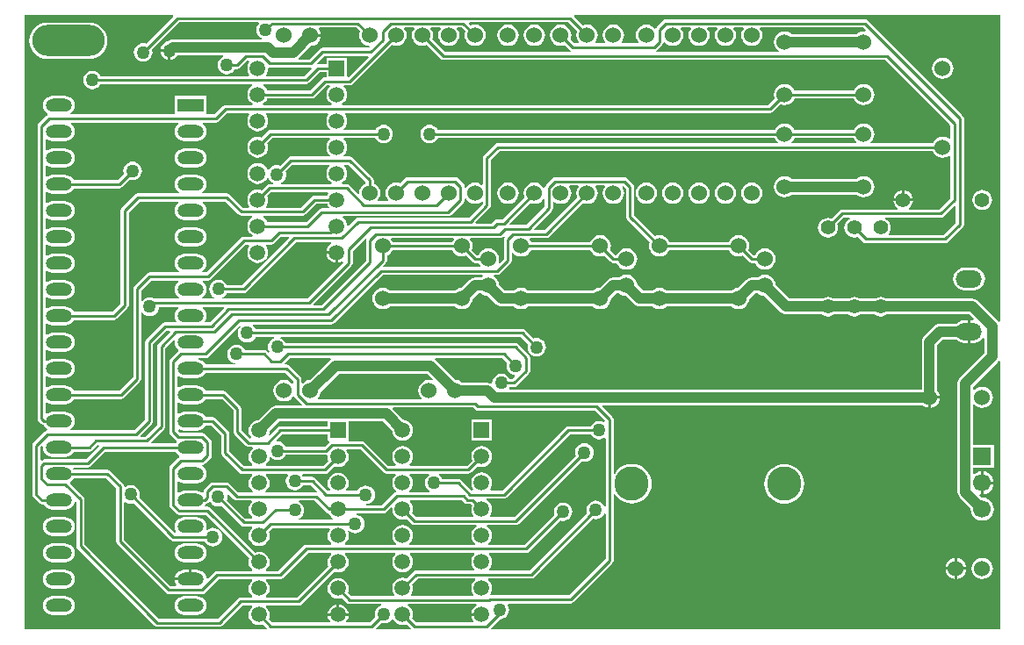
<source format=gbl>
G04 Layer_Physical_Order=2*
G04 Layer_Color=16711680*
%FSLAX44Y44*%
%MOMM*%
G71*
G01*
G75*
%ADD10C,1.0000*%
%ADD11C,0.2540*%
%ADD12C,3.3000*%
%ADD13C,1.5240*%
%ADD14O,2.5400X1.2700*%
%ADD15R,2.5400X1.2700*%
%ADD16C,1.4000*%
%ADD17C,1.5000*%
%ADD18R,1.5000X1.5000*%
%ADD19O,7.0000X3.0000*%
%ADD20O,2.5400X1.6510*%
%ADD21R,1.7000X1.7000*%
%ADD22C,1.7000*%
%ADD23C,1.2700*%
G36*
X1438415Y1331042D02*
X1437901Y1329802D01*
X1437552Y1327150D01*
X1437901Y1324498D01*
X1438925Y1322026D01*
X1439809Y1320875D01*
X1439182Y1319605D01*
X1435439D01*
X1431785Y1323259D01*
X1432298Y1324498D01*
X1432648Y1327150D01*
X1432298Y1329802D01*
X1431275Y1332274D01*
X1429646Y1334396D01*
X1427524Y1336025D01*
X1425052Y1337048D01*
X1422400Y1337398D01*
X1419748Y1337048D01*
X1417276Y1336025D01*
X1415154Y1334396D01*
X1413525Y1332274D01*
X1412502Y1329802D01*
X1412152Y1327150D01*
X1412502Y1324498D01*
X1413525Y1322026D01*
X1415154Y1319904D01*
X1417276Y1318275D01*
X1419748Y1317251D01*
X1422400Y1316902D01*
X1425052Y1317251D01*
X1426292Y1317765D01*
X1431083Y1312973D01*
X1432182Y1312239D01*
X1432178Y1311614D01*
X1431971Y1310969D01*
X1310725D01*
X1298435Y1323259D01*
X1298949Y1324498D01*
X1299298Y1327150D01*
X1298949Y1329802D01*
X1297925Y1332274D01*
X1297041Y1333425D01*
X1297668Y1334695D01*
X1305833D01*
X1306459Y1333425D01*
X1305575Y1332274D01*
X1304552Y1329802D01*
X1304202Y1327150D01*
X1304552Y1324498D01*
X1305575Y1322026D01*
X1307204Y1319904D01*
X1309326Y1318275D01*
X1311798Y1317251D01*
X1314450Y1316902D01*
X1317102Y1317251D01*
X1319574Y1318275D01*
X1321696Y1319904D01*
X1323325Y1322026D01*
X1324348Y1324498D01*
X1324698Y1327150D01*
X1324348Y1329802D01*
X1323325Y1332274D01*
X1322441Y1333425D01*
X1323067Y1334695D01*
X1326811D01*
X1330465Y1331042D01*
X1329951Y1329802D01*
X1329602Y1327150D01*
X1329951Y1324498D01*
X1330975Y1322026D01*
X1332604Y1319904D01*
X1334726Y1318275D01*
X1337198Y1317251D01*
X1339850Y1316902D01*
X1342502Y1317251D01*
X1344974Y1318275D01*
X1347096Y1319904D01*
X1348725Y1322026D01*
X1349749Y1324498D01*
X1350098Y1327150D01*
X1349749Y1329802D01*
X1348725Y1332274D01*
X1347096Y1334396D01*
X1344974Y1336025D01*
X1342502Y1337048D01*
X1339850Y1337398D01*
X1337198Y1337048D01*
X1335959Y1336535D01*
X1333892Y1338602D01*
X1334378Y1339775D01*
X1429681D01*
X1438415Y1331042D01*
D02*
G37*
G36*
X1716543Y1332060D02*
X1715949Y1330857D01*
X1714500Y1331048D01*
X1711848Y1330699D01*
X1709376Y1329675D01*
X1707722Y1328405D01*
X1645078D01*
X1643424Y1329675D01*
X1640952Y1330699D01*
X1638300Y1331048D01*
X1635648Y1330699D01*
X1633176Y1329675D01*
X1631054Y1328046D01*
X1629425Y1325924D01*
X1628401Y1323452D01*
X1628052Y1320800D01*
X1628401Y1318148D01*
X1629425Y1315676D01*
X1631054Y1313554D01*
X1632768Y1312239D01*
X1632337Y1310969D01*
X1514429D01*
X1514222Y1311614D01*
X1514218Y1312239D01*
X1515317Y1312973D01*
X1520397Y1318053D01*
X1521239Y1319313D01*
X1521387Y1320056D01*
X1522744Y1320372D01*
X1523104Y1319904D01*
X1525226Y1318275D01*
X1527698Y1317251D01*
X1530350Y1316902D01*
X1533002Y1317251D01*
X1535474Y1318275D01*
X1537596Y1319904D01*
X1539225Y1322026D01*
X1540249Y1324498D01*
X1540598Y1327150D01*
X1540249Y1329802D01*
X1539225Y1332274D01*
X1538341Y1333425D01*
X1538967Y1334695D01*
X1547133D01*
X1547759Y1333425D01*
X1546875Y1332274D01*
X1545851Y1329802D01*
X1545502Y1327150D01*
X1545851Y1324498D01*
X1546875Y1322026D01*
X1548504Y1319904D01*
X1550626Y1318275D01*
X1553098Y1317251D01*
X1555750Y1316902D01*
X1558402Y1317251D01*
X1560874Y1318275D01*
X1562996Y1319904D01*
X1564625Y1322026D01*
X1565648Y1324498D01*
X1565998Y1327150D01*
X1565648Y1329802D01*
X1564625Y1332274D01*
X1563741Y1333425D01*
X1564368Y1334695D01*
X1572533D01*
X1573159Y1333425D01*
X1572275Y1332274D01*
X1571252Y1329802D01*
X1570902Y1327150D01*
X1571252Y1324498D01*
X1572275Y1322026D01*
X1573904Y1319904D01*
X1576026Y1318275D01*
X1578498Y1317251D01*
X1581150Y1316902D01*
X1583802Y1317251D01*
X1586274Y1318275D01*
X1588396Y1319904D01*
X1590025Y1322026D01*
X1591048Y1324498D01*
X1591398Y1327150D01*
X1591048Y1329802D01*
X1590025Y1332274D01*
X1589141Y1333425D01*
X1589767Y1334695D01*
X1597932D01*
X1598559Y1333425D01*
X1597675Y1332274D01*
X1596651Y1329802D01*
X1596302Y1327150D01*
X1596651Y1324498D01*
X1597675Y1322026D01*
X1599304Y1319904D01*
X1601426Y1318275D01*
X1603898Y1317251D01*
X1606550Y1316902D01*
X1609202Y1317251D01*
X1611674Y1318275D01*
X1613796Y1319904D01*
X1615425Y1322026D01*
X1616449Y1324498D01*
X1616798Y1327150D01*
X1616449Y1329802D01*
X1615425Y1332274D01*
X1614541Y1333425D01*
X1615168Y1334695D01*
X1713907D01*
X1716543Y1332060D01*
D02*
G37*
G36*
X1281059Y1333425D02*
X1280175Y1332274D01*
X1279152Y1329802D01*
X1278802Y1327150D01*
X1279152Y1324498D01*
X1280175Y1322026D01*
X1281804Y1319904D01*
X1283926Y1318275D01*
X1286398Y1317251D01*
X1289050Y1316902D01*
X1291702Y1317251D01*
X1292941Y1317765D01*
X1306369Y1304337D01*
X1307629Y1303495D01*
X1309116Y1303199D01*
X1735243D01*
X1798245Y1240197D01*
Y1227818D01*
X1796975Y1227191D01*
X1795824Y1228075D01*
X1793352Y1229099D01*
X1790700Y1229448D01*
X1788048Y1229099D01*
X1785576Y1228075D01*
X1783454Y1226446D01*
X1781825Y1224324D01*
X1781312Y1223085D01*
X1721677D01*
X1721268Y1224287D01*
X1721746Y1224654D01*
X1723375Y1226776D01*
X1724398Y1229248D01*
X1724748Y1231900D01*
X1724398Y1234552D01*
X1723375Y1237024D01*
X1721746Y1239146D01*
X1719624Y1240775D01*
X1717152Y1241798D01*
X1714500Y1242148D01*
X1711848Y1241798D01*
X1709376Y1240775D01*
X1707254Y1239146D01*
X1705625Y1237024D01*
X1705112Y1235785D01*
X1647688D01*
X1647175Y1237024D01*
X1645546Y1239146D01*
X1643424Y1240775D01*
X1640952Y1241798D01*
X1638300Y1242148D01*
X1635648Y1241798D01*
X1633176Y1240775D01*
X1631054Y1239146D01*
X1629425Y1237024D01*
X1628912Y1235785D01*
X1303921D01*
X1303673Y1236383D01*
X1302248Y1238240D01*
X1300391Y1239665D01*
X1298229Y1240561D01*
X1295908Y1240867D01*
X1293587Y1240561D01*
X1291425Y1239665D01*
X1289568Y1238240D01*
X1288143Y1236383D01*
X1287247Y1234221D01*
X1286941Y1231900D01*
X1287247Y1229579D01*
X1288143Y1227417D01*
X1289568Y1225560D01*
X1291425Y1224135D01*
X1293587Y1223239D01*
X1295908Y1222933D01*
X1298229Y1223239D01*
X1300391Y1224135D01*
X1302248Y1225560D01*
X1303673Y1227417D01*
X1303921Y1228015D01*
X1628912D01*
X1629425Y1226776D01*
X1631054Y1224654D01*
X1631532Y1224287D01*
X1631123Y1223085D01*
X1361694D01*
X1360207Y1222789D01*
X1358947Y1221947D01*
X1348533Y1211533D01*
X1347691Y1210273D01*
X1347395Y1208786D01*
Y1183367D01*
X1346125Y1182741D01*
X1344974Y1183625D01*
X1342502Y1184649D01*
X1339850Y1184998D01*
X1337198Y1184649D01*
X1334726Y1183625D01*
X1332604Y1181996D01*
X1331035Y1179951D01*
X1330900Y1179945D01*
X1329765Y1180592D01*
Y1181100D01*
X1329469Y1182587D01*
X1328627Y1183847D01*
X1323547Y1188927D01*
X1322287Y1189769D01*
X1320800Y1190065D01*
X1275080D01*
X1273593Y1189769D01*
X1272333Y1188927D01*
X1267542Y1184135D01*
X1266302Y1184649D01*
X1263650Y1184998D01*
X1260998Y1184649D01*
X1258526Y1183625D01*
X1256404Y1181996D01*
X1254775Y1179874D01*
X1253752Y1177402D01*
X1253402Y1174750D01*
X1253752Y1172098D01*
X1254775Y1169626D01*
X1255659Y1168475D01*
X1255033Y1167205D01*
X1246868D01*
X1246241Y1168475D01*
X1247125Y1169626D01*
X1248148Y1172098D01*
X1248498Y1174750D01*
X1248148Y1177402D01*
X1247125Y1179874D01*
X1245496Y1181996D01*
X1243374Y1183625D01*
X1242135Y1184138D01*
Y1187196D01*
X1241839Y1188683D01*
X1240997Y1189943D01*
X1221947Y1208993D01*
X1220687Y1209835D01*
X1219200Y1210131D01*
X1213259D01*
X1212828Y1211401D01*
X1213661Y1212039D01*
X1215270Y1214137D01*
X1216282Y1216579D01*
X1216627Y1219200D01*
X1216282Y1221821D01*
X1215270Y1224263D01*
X1213661Y1226361D01*
X1213159Y1226745D01*
X1213590Y1228015D01*
X1243699D01*
X1243947Y1227417D01*
X1245372Y1225560D01*
X1247229Y1224135D01*
X1249391Y1223239D01*
X1251712Y1222933D01*
X1254033Y1223239D01*
X1256195Y1224135D01*
X1258052Y1225560D01*
X1259477Y1227417D01*
X1260373Y1229579D01*
X1260679Y1231900D01*
X1260373Y1234221D01*
X1259477Y1236383D01*
X1258052Y1238240D01*
X1256195Y1239665D01*
X1254033Y1240561D01*
X1251712Y1240867D01*
X1249391Y1240561D01*
X1247229Y1239665D01*
X1245372Y1238240D01*
X1243947Y1236383D01*
X1243699Y1235785D01*
X1213590D01*
X1213159Y1237055D01*
X1213661Y1237439D01*
X1215270Y1239537D01*
X1216282Y1241979D01*
X1216627Y1244600D01*
X1216282Y1247221D01*
X1215270Y1249663D01*
X1214340Y1250875D01*
X1214966Y1252145D01*
X1624330D01*
X1625817Y1252441D01*
X1627077Y1253283D01*
X1634409Y1260615D01*
X1635648Y1260101D01*
X1638300Y1259752D01*
X1640952Y1260101D01*
X1643424Y1261125D01*
X1645546Y1262754D01*
X1647175Y1264876D01*
X1647688Y1266115D01*
X1705112D01*
X1705625Y1264876D01*
X1707254Y1262754D01*
X1709376Y1261125D01*
X1711848Y1260101D01*
X1714500Y1259752D01*
X1717152Y1260101D01*
X1719624Y1261125D01*
X1721746Y1262754D01*
X1723375Y1264876D01*
X1724398Y1267348D01*
X1724748Y1270000D01*
X1724398Y1272652D01*
X1723375Y1275124D01*
X1721746Y1277246D01*
X1719624Y1278875D01*
X1717152Y1279899D01*
X1714500Y1280248D01*
X1711848Y1279899D01*
X1709376Y1278875D01*
X1707254Y1277246D01*
X1705625Y1275124D01*
X1705112Y1273885D01*
X1647688D01*
X1647175Y1275124D01*
X1645546Y1277246D01*
X1643424Y1278875D01*
X1640952Y1279899D01*
X1638300Y1280248D01*
X1635648Y1279899D01*
X1633176Y1278875D01*
X1631054Y1277246D01*
X1629425Y1275124D01*
X1628401Y1272652D01*
X1628052Y1270000D01*
X1628401Y1267348D01*
X1628915Y1266108D01*
X1622721Y1259915D01*
X1211706D01*
X1211454Y1261185D01*
X1211563Y1261230D01*
X1213661Y1262839D01*
X1215270Y1264937D01*
X1216282Y1267379D01*
X1216627Y1270000D01*
X1216282Y1272621D01*
X1215270Y1275063D01*
X1213661Y1277161D01*
X1213159Y1277545D01*
X1213590Y1278815D01*
X1219200D01*
X1220687Y1279111D01*
X1221947Y1279953D01*
X1259759Y1317765D01*
X1260998Y1317251D01*
X1263650Y1316902D01*
X1266302Y1317251D01*
X1268774Y1318275D01*
X1270896Y1319904D01*
X1272525Y1322026D01*
X1273549Y1324498D01*
X1273898Y1327150D01*
X1273549Y1329802D01*
X1272525Y1332274D01*
X1271641Y1333425D01*
X1272268Y1334695D01*
X1280432D01*
X1281059Y1333425D01*
D02*
G37*
G36*
X1228865Y1331042D02*
X1228352Y1329802D01*
X1228002Y1327150D01*
X1228352Y1324498D01*
X1229375Y1322026D01*
X1231004Y1319904D01*
X1233126Y1318275D01*
X1235598Y1317251D01*
X1237787Y1316963D01*
X1238361Y1315811D01*
X1237754Y1315033D01*
X1192784D01*
X1191297Y1314737D01*
X1190037Y1313895D01*
X1179999Y1303857D01*
X1170105D01*
X1169932Y1304364D01*
X1169832Y1305127D01*
X1181684Y1316979D01*
X1183752Y1317251D01*
X1186224Y1318275D01*
X1188346Y1319904D01*
X1189975Y1322026D01*
X1190999Y1324498D01*
X1191180Y1325880D01*
X1181100D01*
Y1328420D01*
X1191180D01*
X1190999Y1329802D01*
X1189975Y1332274D01*
X1189091Y1333425D01*
X1189717Y1334695D01*
X1225211D01*
X1228865Y1331042D01*
D02*
G37*
G36*
X1182553Y1294980D02*
X1175427Y1287855D01*
X1138766D01*
X1138140Y1289125D01*
X1139070Y1290337D01*
X1140082Y1292779D01*
X1140382Y1295059D01*
X1141442Y1296143D01*
X1141723Y1296087D01*
X1181608D01*
X1181927Y1296151D01*
X1182553Y1294980D01*
D02*
G37*
G36*
X1048882Y1345206D02*
X1022729Y1319053D01*
X1022131Y1319301D01*
X1019810Y1319607D01*
X1017489Y1319301D01*
X1015327Y1318405D01*
X1013470Y1316980D01*
X1012045Y1315123D01*
X1011149Y1312961D01*
X1010843Y1310640D01*
X1011149Y1308319D01*
X1012045Y1306157D01*
X1013470Y1304300D01*
X1015327Y1302875D01*
X1017489Y1301979D01*
X1019810Y1301673D01*
X1022131Y1301979D01*
X1024293Y1302875D01*
X1026150Y1304300D01*
X1027575Y1306157D01*
X1028471Y1308319D01*
X1028777Y1310640D01*
X1028471Y1312961D01*
X1028223Y1313560D01*
X1054439Y1339775D01*
X1130880D01*
X1131335Y1338505D01*
X1130155Y1336967D01*
X1129259Y1334805D01*
X1128953Y1332484D01*
X1129259Y1330163D01*
X1130155Y1328001D01*
X1131580Y1326144D01*
X1133437Y1324719D01*
X1134217Y1324395D01*
X1133964Y1323125D01*
X1048312D01*
X1046344Y1322866D01*
X1045270Y1322421D01*
X1044510Y1322107D01*
X1043229Y1321124D01*
X1042889Y1321079D01*
X1040727Y1320183D01*
X1038870Y1318758D01*
X1037445Y1316901D01*
X1036549Y1314739D01*
X1036411Y1313688D01*
X1045210D01*
Y1312418D01*
X1046480D01*
Y1303618D01*
X1047531Y1303757D01*
X1049693Y1304653D01*
X1051550Y1306078D01*
X1052961Y1307915D01*
X1096635D01*
X1096887Y1306645D01*
X1095845Y1306213D01*
X1093988Y1304788D01*
X1092563Y1302931D01*
X1091667Y1300769D01*
X1091361Y1298448D01*
X1091667Y1296127D01*
X1092563Y1293965D01*
X1093988Y1292108D01*
X1095845Y1290683D01*
X1098007Y1289787D01*
X1100328Y1289481D01*
X1102649Y1289787D01*
X1104811Y1290683D01*
X1106668Y1292108D01*
X1108093Y1293965D01*
X1108341Y1294563D01*
X1110608D01*
X1112094Y1294859D01*
X1113355Y1295701D01*
X1120479Y1302825D01*
X1121742D01*
X1122368Y1301555D01*
X1121530Y1300463D01*
X1120518Y1298021D01*
X1120173Y1295400D01*
X1120518Y1292779D01*
X1121530Y1290337D01*
X1122460Y1289125D01*
X1121834Y1287855D01*
X978801D01*
X978553Y1288453D01*
X977128Y1290310D01*
X975271Y1291735D01*
X973109Y1292631D01*
X970788Y1292937D01*
X968467Y1292631D01*
X966305Y1291735D01*
X964448Y1290310D01*
X963023Y1288453D01*
X962127Y1286291D01*
X961821Y1283970D01*
X962127Y1281649D01*
X963023Y1279487D01*
X964448Y1277630D01*
X966305Y1276205D01*
X968467Y1275309D01*
X970788Y1275003D01*
X973109Y1275309D01*
X975271Y1276205D01*
X977128Y1277630D01*
X978553Y1279487D01*
X978801Y1280085D01*
X1125094D01*
X1125346Y1278815D01*
X1125237Y1278770D01*
X1123139Y1277161D01*
X1121530Y1275063D01*
X1120518Y1272621D01*
X1120173Y1270000D01*
X1120518Y1267379D01*
X1121530Y1264937D01*
X1123139Y1262839D01*
X1125237Y1261230D01*
X1125346Y1261185D01*
X1125094Y1259915D01*
X1099312D01*
X1097825Y1259619D01*
X1096565Y1258777D01*
X1088559Y1250771D01*
X1080770D01*
Y1268476D01*
X1050290D01*
Y1250771D01*
X949978D01*
X949650Y1252041D01*
X951220Y1253246D01*
X952645Y1255103D01*
X953541Y1257265D01*
X953847Y1259586D01*
X953541Y1261907D01*
X952645Y1264069D01*
X951220Y1265926D01*
X949363Y1267351D01*
X947201Y1268247D01*
X944880Y1268553D01*
X932180D01*
X929859Y1268247D01*
X927697Y1267351D01*
X925840Y1265926D01*
X924415Y1264069D01*
X923519Y1261907D01*
X923213Y1259586D01*
X923519Y1257265D01*
X924415Y1255103D01*
X925840Y1253246D01*
X927697Y1251821D01*
X927845Y1251759D01*
X927880Y1250926D01*
X927795Y1250405D01*
X926639Y1249633D01*
X919273Y1242267D01*
X918431Y1241007D01*
X918135Y1239520D01*
Y957326D01*
X918431Y955839D01*
X919273Y954579D01*
X921813Y952039D01*
X923073Y951197D01*
X924131Y950987D01*
X924415Y950303D01*
X925840Y948446D01*
X927470Y947194D01*
X927352Y946272D01*
X927174Y945884D01*
X926121Y945675D01*
X924861Y944833D01*
X914193Y934165D01*
X913351Y932905D01*
X913055Y931418D01*
Y883920D01*
X913351Y882433D01*
X914193Y881173D01*
X919527Y875839D01*
X920787Y874997D01*
X922274Y874701D01*
X924167D01*
X924415Y874103D01*
X925840Y872246D01*
X927697Y870821D01*
X929859Y869925D01*
X932180Y869619D01*
X944880D01*
X947201Y869925D01*
X949363Y870821D01*
X951220Y872246D01*
X952645Y874103D01*
X953541Y876265D01*
X953607Y876765D01*
X954962Y877329D01*
X955473Y876939D01*
Y834644D01*
X955769Y833157D01*
X956611Y831897D01*
X1031033Y757475D01*
X1032293Y756633D01*
X1033780Y756337D01*
X1093216D01*
X1094703Y756633D01*
X1095963Y757475D01*
X1115399Y776911D01*
X1124480D01*
X1124911Y775641D01*
X1124409Y775257D01*
X1122800Y773159D01*
X1121788Y770717D01*
X1121443Y768096D01*
X1121788Y765475D01*
X1122800Y763033D01*
X1124409Y760935D01*
X1126507Y759326D01*
X1128949Y758314D01*
X1131570Y757969D01*
X1134191Y758314D01*
X1135370Y758803D01*
X1139210Y754963D01*
X1138684Y753693D01*
X905331D01*
Y899287D01*
Y1199769D01*
Y1237329D01*
Y1312450D01*
Y1346379D01*
X1048396D01*
X1048882Y1345206D01*
D02*
G37*
G36*
X1237096Y1306090D02*
X1217810Y1286804D01*
X1216540Y1287113D01*
Y1305440D01*
X1196460D01*
Y1299285D01*
X1188466D01*
X1188147Y1299221D01*
X1187521Y1300392D01*
X1194393Y1307263D01*
X1236610D01*
X1237096Y1306090D01*
D02*
G37*
G36*
X1196460Y1286585D02*
X1195070D01*
X1193583Y1286289D01*
X1192323Y1285447D01*
X1180761Y1273885D01*
X1139558D01*
X1139070Y1275063D01*
X1137461Y1277161D01*
X1135363Y1278770D01*
X1135254Y1278815D01*
X1135506Y1280085D01*
X1177036D01*
X1178523Y1280381D01*
X1179783Y1281223D01*
X1190075Y1291515D01*
X1196460D01*
Y1286585D01*
D02*
G37*
G36*
X1199841Y1277545D02*
X1199339Y1277161D01*
X1197730Y1275063D01*
X1196718Y1272621D01*
X1196373Y1270000D01*
X1196718Y1267379D01*
X1197730Y1264937D01*
X1199339Y1262839D01*
X1201437Y1261230D01*
X1201546Y1261185D01*
X1201294Y1259915D01*
X1135506D01*
X1135254Y1261185D01*
X1135363Y1261230D01*
X1137461Y1262839D01*
X1139070Y1264937D01*
X1139558Y1266115D01*
X1182370D01*
X1183857Y1266411D01*
X1185117Y1267253D01*
X1196679Y1278815D01*
X1199410D01*
X1199841Y1277545D01*
D02*
G37*
G36*
X1198660Y1250875D02*
X1197730Y1249663D01*
X1196718Y1247221D01*
X1196373Y1244600D01*
X1196718Y1241979D01*
X1197730Y1239537D01*
X1199339Y1237439D01*
X1199841Y1237055D01*
X1199410Y1235785D01*
X1143000D01*
X1141513Y1235489D01*
X1140253Y1234647D01*
X1134100Y1228493D01*
X1132921Y1228982D01*
X1130300Y1229327D01*
X1127679Y1228982D01*
X1125237Y1227970D01*
X1123139Y1226361D01*
X1121530Y1224263D01*
X1120518Y1221821D01*
X1120173Y1219200D01*
X1120518Y1216579D01*
X1121530Y1214137D01*
X1123139Y1212039D01*
X1125237Y1210430D01*
X1127679Y1209418D01*
X1130300Y1209073D01*
X1132921Y1209418D01*
X1135363Y1210430D01*
X1137461Y1212039D01*
X1139070Y1214137D01*
X1140082Y1216579D01*
X1140427Y1219200D01*
X1140082Y1221821D01*
X1139593Y1223000D01*
X1144609Y1228015D01*
X1199410D01*
X1199841Y1226745D01*
X1199339Y1226361D01*
X1197730Y1224263D01*
X1196718Y1221821D01*
X1196373Y1219200D01*
X1196718Y1216579D01*
X1197730Y1214137D01*
X1199339Y1212039D01*
X1200172Y1211401D01*
X1199741Y1210131D01*
X1162050D01*
X1160563Y1209835D01*
X1159303Y1208993D01*
X1151761Y1201451D01*
X1151163Y1201699D01*
X1148842Y1202005D01*
X1146521Y1201699D01*
X1144359Y1200803D01*
X1142502Y1199378D01*
X1141077Y1197521D01*
X1141039Y1197429D01*
X1139664D01*
X1139070Y1198863D01*
X1137461Y1200961D01*
X1135363Y1202570D01*
X1132921Y1203582D01*
X1130300Y1203927D01*
X1127679Y1203582D01*
X1125237Y1202570D01*
X1123139Y1200961D01*
X1121530Y1198863D01*
X1120518Y1196421D01*
X1120173Y1193800D01*
X1120518Y1191179D01*
X1121530Y1188737D01*
X1123139Y1186639D01*
X1125237Y1185030D01*
X1127679Y1184018D01*
X1130300Y1183673D01*
X1132921Y1184018D01*
X1135363Y1185030D01*
X1137461Y1186639D01*
X1139070Y1188737D01*
X1139348Y1189409D01*
X1140723D01*
X1141077Y1188555D01*
X1142502Y1186698D01*
X1144359Y1185273D01*
X1145054Y1184985D01*
X1144801Y1183715D01*
X1141730D01*
X1140243Y1183419D01*
X1138983Y1182577D01*
X1134100Y1177693D01*
X1132921Y1178182D01*
X1130300Y1178527D01*
X1127679Y1178182D01*
X1125237Y1177170D01*
X1123139Y1175561D01*
X1121530Y1173463D01*
X1120518Y1171021D01*
X1120173Y1168400D01*
X1120518Y1165779D01*
X1121530Y1163337D01*
X1122460Y1162125D01*
X1121834Y1160855D01*
X1115907D01*
X1103329Y1173433D01*
X1102069Y1174275D01*
X1100582Y1174571D01*
X1076978D01*
X1076650Y1175841D01*
X1078220Y1177046D01*
X1079645Y1178903D01*
X1080541Y1181065D01*
X1080847Y1183386D01*
X1080541Y1185707D01*
X1079645Y1187869D01*
X1078220Y1189726D01*
X1076363Y1191151D01*
X1074201Y1192047D01*
X1071880Y1192353D01*
X1059180D01*
X1056859Y1192047D01*
X1054697Y1191151D01*
X1052840Y1189726D01*
X1051415Y1187869D01*
X1050519Y1185707D01*
X1050213Y1183386D01*
X1050519Y1181065D01*
X1051415Y1178903D01*
X1052840Y1177046D01*
X1054410Y1175841D01*
X1054082Y1174571D01*
X1014476D01*
X1012989Y1174275D01*
X1011729Y1173433D01*
X999283Y1160987D01*
X998441Y1159727D01*
X998145Y1158240D01*
Y1068409D01*
X990007Y1060271D01*
X952893D01*
X952645Y1060869D01*
X951220Y1062726D01*
X949363Y1064151D01*
X947201Y1065047D01*
X944880Y1065353D01*
X932180D01*
X929859Y1065047D01*
X927697Y1064151D01*
X927044Y1063650D01*
X925905Y1064212D01*
Y1073960D01*
X927044Y1074522D01*
X927697Y1074021D01*
X929859Y1073125D01*
X932180Y1072819D01*
X944880D01*
X947201Y1073125D01*
X949363Y1074021D01*
X951220Y1075446D01*
X952645Y1077303D01*
X953541Y1079465D01*
X953847Y1081786D01*
X953541Y1084107D01*
X952645Y1086269D01*
X951220Y1088126D01*
X949363Y1089551D01*
X947201Y1090447D01*
X944880Y1090753D01*
X932180D01*
X929859Y1090447D01*
X927697Y1089551D01*
X927044Y1089050D01*
X925905Y1089612D01*
Y1099360D01*
X927044Y1099922D01*
X927697Y1099421D01*
X929859Y1098525D01*
X932180Y1098219D01*
X944880D01*
X947201Y1098525D01*
X949363Y1099421D01*
X951220Y1100846D01*
X952645Y1102703D01*
X953541Y1104865D01*
X953847Y1107186D01*
X953541Y1109507D01*
X952645Y1111669D01*
X951220Y1113526D01*
X949363Y1114951D01*
X947201Y1115847D01*
X944880Y1116153D01*
X932180D01*
X929859Y1115847D01*
X927697Y1114951D01*
X927044Y1114450D01*
X925905Y1115012D01*
Y1124760D01*
X927044Y1125322D01*
X927697Y1124821D01*
X929859Y1123925D01*
X932180Y1123619D01*
X944880D01*
X947201Y1123925D01*
X949363Y1124821D01*
X951220Y1126246D01*
X952645Y1128103D01*
X953541Y1130265D01*
X953847Y1132586D01*
X953541Y1134907D01*
X952645Y1137069D01*
X951220Y1138926D01*
X949363Y1140351D01*
X947201Y1141247D01*
X944880Y1141553D01*
X932180D01*
X929859Y1141247D01*
X927697Y1140351D01*
X927044Y1139850D01*
X925905Y1140412D01*
Y1150160D01*
X927044Y1150722D01*
X927697Y1150221D01*
X929859Y1149325D01*
X932180Y1149019D01*
X944880D01*
X947201Y1149325D01*
X949363Y1150221D01*
X951220Y1151646D01*
X952645Y1153503D01*
X953541Y1155665D01*
X953847Y1157986D01*
X953541Y1160307D01*
X952645Y1162469D01*
X951220Y1164326D01*
X949363Y1165751D01*
X947201Y1166647D01*
X944880Y1166953D01*
X932180D01*
X929859Y1166647D01*
X927697Y1165751D01*
X927044Y1165250D01*
X925905Y1165812D01*
Y1175560D01*
X927044Y1176122D01*
X927697Y1175621D01*
X929859Y1174725D01*
X932180Y1174419D01*
X944880D01*
X947201Y1174725D01*
X949363Y1175621D01*
X951220Y1177046D01*
X952645Y1178903D01*
X952893Y1179501D01*
X996696D01*
X998183Y1179797D01*
X999443Y1180639D01*
X1006730Y1187927D01*
X1007329Y1187679D01*
X1009650Y1187373D01*
X1011971Y1187679D01*
X1014133Y1188575D01*
X1015990Y1190000D01*
X1017415Y1191857D01*
X1018311Y1194019D01*
X1018617Y1196340D01*
X1018311Y1198661D01*
X1017415Y1200823D01*
X1015990Y1202680D01*
X1014133Y1204105D01*
X1011971Y1205001D01*
X1009650Y1205307D01*
X1007329Y1205001D01*
X1005167Y1204105D01*
X1003310Y1202680D01*
X1001885Y1200823D01*
X1000989Y1198661D01*
X1000683Y1196340D01*
X1000989Y1194019D01*
X1001237Y1193420D01*
X995087Y1187271D01*
X952893D01*
X952645Y1187869D01*
X951220Y1189726D01*
X949363Y1191151D01*
X947201Y1192047D01*
X944880Y1192353D01*
X932180D01*
X929859Y1192047D01*
X927697Y1191151D01*
X927044Y1190650D01*
X925905Y1191212D01*
Y1200960D01*
X927044Y1201522D01*
X927697Y1201021D01*
X929859Y1200125D01*
X932180Y1199819D01*
X944880D01*
X947201Y1200125D01*
X949363Y1201021D01*
X951220Y1202446D01*
X952645Y1204303D01*
X953541Y1206465D01*
X953847Y1208786D01*
X953541Y1211107D01*
X952645Y1213269D01*
X951220Y1215126D01*
X949363Y1216551D01*
X947201Y1217447D01*
X944880Y1217753D01*
X932180D01*
X929859Y1217447D01*
X927697Y1216551D01*
X927044Y1216050D01*
X925905Y1216612D01*
Y1226360D01*
X927044Y1226922D01*
X927697Y1226421D01*
X929859Y1225525D01*
X932180Y1225219D01*
X944880D01*
X947201Y1225525D01*
X949363Y1226421D01*
X951220Y1227846D01*
X952645Y1229703D01*
X953541Y1231865D01*
X953847Y1234186D01*
X953541Y1236507D01*
X952645Y1238669D01*
X951220Y1240526D01*
X949650Y1241731D01*
X949978Y1243001D01*
X1054082D01*
X1054410Y1241731D01*
X1052840Y1240526D01*
X1051415Y1238669D01*
X1050519Y1236507D01*
X1050213Y1234186D01*
X1050519Y1231865D01*
X1051415Y1229703D01*
X1052840Y1227846D01*
X1054697Y1226421D01*
X1056859Y1225525D01*
X1059180Y1225219D01*
X1071880D01*
X1074201Y1225525D01*
X1076363Y1226421D01*
X1078220Y1227846D01*
X1079645Y1229703D01*
X1080541Y1231865D01*
X1080847Y1234186D01*
X1080541Y1236507D01*
X1079645Y1238669D01*
X1078220Y1240526D01*
X1076650Y1241731D01*
X1076978Y1243001D01*
X1090168D01*
X1091655Y1243297D01*
X1092915Y1244139D01*
X1100921Y1252145D01*
X1121834D01*
X1122460Y1250875D01*
X1121530Y1249663D01*
X1120518Y1247221D01*
X1120173Y1244600D01*
X1120518Y1241979D01*
X1121530Y1239537D01*
X1123139Y1237439D01*
X1125237Y1235830D01*
X1127679Y1234818D01*
X1130300Y1234473D01*
X1132921Y1234818D01*
X1135363Y1235830D01*
X1137461Y1237439D01*
X1139070Y1239537D01*
X1140082Y1241979D01*
X1140427Y1244600D01*
X1140082Y1247221D01*
X1139070Y1249663D01*
X1138140Y1250875D01*
X1138766Y1252145D01*
X1198034D01*
X1198660Y1250875D01*
D02*
G37*
G36*
X1705625Y1226776D02*
X1707254Y1224654D01*
X1707731Y1224287D01*
X1707323Y1223085D01*
X1645477D01*
X1645069Y1224287D01*
X1645546Y1224654D01*
X1647175Y1226776D01*
X1647688Y1228015D01*
X1705112D01*
X1705625Y1226776D01*
D02*
G37*
G36*
X1199598Y1201159D02*
X1199339Y1200961D01*
X1197730Y1198863D01*
X1196718Y1196421D01*
X1196373Y1193800D01*
X1196718Y1191179D01*
X1197730Y1188737D01*
X1199339Y1186639D01*
X1201437Y1185030D01*
X1201546Y1184985D01*
X1201294Y1183715D01*
X1152883D01*
X1152630Y1184985D01*
X1153325Y1185273D01*
X1155182Y1186698D01*
X1156607Y1188555D01*
X1157503Y1190717D01*
X1157809Y1193038D01*
X1157503Y1195359D01*
X1157255Y1195957D01*
X1163659Y1202361D01*
X1199189D01*
X1199598Y1201159D01*
D02*
G37*
G36*
X1234365Y1185587D02*
Y1184138D01*
X1233126Y1183625D01*
X1231004Y1181996D01*
X1229375Y1179874D01*
X1228352Y1177402D01*
X1228033Y1174985D01*
X1226903Y1174318D01*
X1218645Y1182577D01*
X1217385Y1183419D01*
X1215898Y1183715D01*
X1211706D01*
X1211454Y1184985D01*
X1211563Y1185030D01*
X1213661Y1186639D01*
X1215270Y1188737D01*
X1216282Y1191179D01*
X1216627Y1193800D01*
X1216282Y1196421D01*
X1215270Y1198863D01*
X1213661Y1200961D01*
X1213402Y1201159D01*
X1213811Y1202361D01*
X1217591D01*
X1234365Y1185587D01*
D02*
G37*
G36*
X1439809Y1181025D02*
X1438925Y1179874D01*
X1437901Y1177402D01*
X1437552Y1174750D01*
X1437901Y1172098D01*
X1438415Y1170859D01*
X1406821Y1139265D01*
X1397116D01*
X1396630Y1140438D01*
X1413717Y1157525D01*
X1414559Y1158785D01*
X1414855Y1160272D01*
Y1166133D01*
X1416125Y1166759D01*
X1417276Y1165875D01*
X1419748Y1164852D01*
X1422400Y1164502D01*
X1425052Y1164852D01*
X1427524Y1165875D01*
X1429646Y1167504D01*
X1431275Y1169626D01*
X1432298Y1172098D01*
X1432648Y1174750D01*
X1432298Y1177402D01*
X1431275Y1179874D01*
X1430391Y1181025D01*
X1431017Y1182295D01*
X1439182D01*
X1439809Y1181025D01*
D02*
G37*
G36*
X1407085Y1168908D02*
Y1161881D01*
X1389549Y1144345D01*
X1373748D01*
X1373262Y1145518D01*
X1393109Y1165365D01*
X1394348Y1164852D01*
X1397000Y1164502D01*
X1399652Y1164852D01*
X1402124Y1165875D01*
X1404246Y1167504D01*
X1405815Y1169549D01*
X1405950Y1169555D01*
X1407085Y1168908D01*
D02*
G37*
G36*
X1198660Y1174675D02*
X1197730Y1173463D01*
X1197242Y1172285D01*
X1184919D01*
X1183433Y1171989D01*
X1182172Y1171147D01*
X1171880Y1160855D01*
X1138766D01*
X1138140Y1162125D01*
X1139070Y1163337D01*
X1140082Y1165779D01*
X1140427Y1168400D01*
X1140082Y1171021D01*
X1139593Y1172200D01*
X1143339Y1175945D01*
X1198034D01*
X1198660Y1174675D01*
D02*
G37*
G36*
X1845997Y1050968D02*
X1844861Y1050349D01*
X1844727Y1050357D01*
X1843576Y1051858D01*
X1824780Y1070654D01*
X1823204Y1071862D01*
X1821370Y1072622D01*
X1819402Y1072881D01*
X1736516D01*
X1735567Y1073609D01*
X1733246Y1074570D01*
X1730756Y1074898D01*
X1728266Y1074570D01*
X1725945Y1073609D01*
X1724996Y1072881D01*
X1711116D01*
X1710167Y1073609D01*
X1707846Y1074570D01*
X1705356Y1074898D01*
X1702866Y1074570D01*
X1700545Y1073609D01*
X1699596Y1072881D01*
X1685716D01*
X1684767Y1073609D01*
X1682446Y1074570D01*
X1679956Y1074898D01*
X1677466Y1074570D01*
X1675145Y1073609D01*
X1674196Y1072881D01*
X1642974D01*
X1629421Y1086434D01*
X1629149Y1088502D01*
X1628125Y1090974D01*
X1626496Y1093096D01*
X1624374Y1094725D01*
X1621902Y1095749D01*
X1619250Y1096098D01*
X1616598Y1095749D01*
X1614126Y1094725D01*
X1612471Y1093455D01*
X1606550D01*
X1604582Y1093196D01*
X1602747Y1092436D01*
X1601172Y1091228D01*
X1593266Y1083321D01*
X1591198Y1083048D01*
X1588726Y1082025D01*
X1587072Y1080755D01*
X1524429D01*
X1522774Y1082025D01*
X1520302Y1083048D01*
X1517650Y1083398D01*
X1514998Y1083048D01*
X1512526Y1082025D01*
X1510871Y1080755D01*
X1501750D01*
X1496071Y1086434D01*
X1495798Y1088502D01*
X1494775Y1090974D01*
X1493146Y1093096D01*
X1491024Y1094725D01*
X1488552Y1095749D01*
X1485900Y1096098D01*
X1483248Y1095749D01*
X1480776Y1094725D01*
X1479122Y1093455D01*
X1473200D01*
X1471232Y1093196D01*
X1469397Y1092436D01*
X1467822Y1091228D01*
X1459916Y1083321D01*
X1457848Y1083048D01*
X1455376Y1082025D01*
X1453721Y1080755D01*
X1391078D01*
X1389424Y1082025D01*
X1386952Y1083048D01*
X1384300Y1083398D01*
X1381648Y1083048D01*
X1379176Y1082025D01*
X1377522Y1080755D01*
X1368400D01*
X1362721Y1086434D01*
X1362448Y1088502D01*
X1361425Y1090974D01*
X1359796Y1093096D01*
X1357751Y1094665D01*
X1357745Y1094800D01*
X1358392Y1095935D01*
X1361440D01*
X1362927Y1096231D01*
X1364187Y1097073D01*
X1374039Y1106925D01*
X1374881Y1108186D01*
X1375177Y1109672D01*
Y1117064D01*
X1376447Y1117495D01*
X1377054Y1116704D01*
X1379176Y1115075D01*
X1381648Y1114052D01*
X1384300Y1113702D01*
X1386952Y1114052D01*
X1389424Y1115075D01*
X1391546Y1116704D01*
X1393175Y1118826D01*
X1393688Y1120065D01*
X1451112D01*
X1451625Y1118826D01*
X1453254Y1116704D01*
X1455376Y1115075D01*
X1457848Y1114052D01*
X1460500Y1113702D01*
X1463152Y1114052D01*
X1464391Y1114565D01*
X1470453Y1108503D01*
X1471713Y1107661D01*
X1473200Y1107365D01*
X1476512D01*
X1477025Y1106126D01*
X1478654Y1104004D01*
X1480776Y1102375D01*
X1483248Y1101351D01*
X1485900Y1101002D01*
X1488552Y1101351D01*
X1491024Y1102375D01*
X1493146Y1104004D01*
X1494775Y1106126D01*
X1495798Y1108598D01*
X1496148Y1111250D01*
X1495798Y1113902D01*
X1494775Y1116374D01*
X1493146Y1118496D01*
X1491024Y1120125D01*
X1488552Y1121149D01*
X1485900Y1121498D01*
X1483248Y1121149D01*
X1480776Y1120125D01*
X1478654Y1118496D01*
X1477025Y1116374D01*
X1476512Y1115135D01*
X1474809D01*
X1469885Y1120059D01*
X1470399Y1121298D01*
X1470748Y1123950D01*
X1470399Y1126602D01*
X1469375Y1129074D01*
X1467746Y1131196D01*
X1465624Y1132825D01*
X1463152Y1133848D01*
X1460500Y1134198D01*
X1457848Y1133848D01*
X1455376Y1132825D01*
X1453254Y1131196D01*
X1451625Y1129074D01*
X1451112Y1127835D01*
X1393688D01*
X1393175Y1129074D01*
X1392291Y1130225D01*
X1392917Y1131495D01*
X1408430D01*
X1409917Y1131791D01*
X1411177Y1132633D01*
X1443909Y1165365D01*
X1445148Y1164852D01*
X1447800Y1164502D01*
X1450452Y1164852D01*
X1452924Y1165875D01*
X1455046Y1167504D01*
X1456675Y1169626D01*
X1457699Y1172098D01*
X1458048Y1174750D01*
X1457699Y1177402D01*
X1456675Y1179874D01*
X1455791Y1181025D01*
X1456418Y1182295D01*
X1464583D01*
X1465209Y1181025D01*
X1464325Y1179874D01*
X1463302Y1177402D01*
X1462952Y1174750D01*
X1463302Y1172098D01*
X1464325Y1169626D01*
X1465954Y1167504D01*
X1468076Y1165875D01*
X1470548Y1164852D01*
X1473200Y1164502D01*
X1475852Y1164852D01*
X1478324Y1165875D01*
X1480446Y1167504D01*
X1482075Y1169626D01*
X1483098Y1172098D01*
X1483448Y1174750D01*
X1483098Y1177402D01*
X1482075Y1179874D01*
X1481841Y1180179D01*
X1482385Y1181556D01*
X1482912Y1181643D01*
X1485317Y1179237D01*
Y1152398D01*
X1485613Y1150911D01*
X1486455Y1149651D01*
X1508265Y1127841D01*
X1507751Y1126602D01*
X1507402Y1123950D01*
X1507751Y1121298D01*
X1508775Y1118826D01*
X1510404Y1116704D01*
X1512526Y1115075D01*
X1514998Y1114052D01*
X1517650Y1113702D01*
X1520302Y1114052D01*
X1522774Y1115075D01*
X1524896Y1116704D01*
X1526525Y1118826D01*
X1527038Y1120065D01*
X1584462D01*
X1584975Y1118826D01*
X1586604Y1116704D01*
X1588726Y1115075D01*
X1591198Y1114052D01*
X1593850Y1113702D01*
X1596502Y1114052D01*
X1597742Y1114565D01*
X1603803Y1108503D01*
X1605063Y1107661D01*
X1606550Y1107365D01*
X1609862D01*
X1610375Y1106126D01*
X1612004Y1104004D01*
X1614126Y1102375D01*
X1616598Y1101351D01*
X1619250Y1101002D01*
X1621902Y1101351D01*
X1624374Y1102375D01*
X1626496Y1104004D01*
X1628125Y1106126D01*
X1629149Y1108598D01*
X1629498Y1111250D01*
X1629149Y1113902D01*
X1628125Y1116374D01*
X1626496Y1118496D01*
X1624374Y1120125D01*
X1621902Y1121149D01*
X1619250Y1121498D01*
X1616598Y1121149D01*
X1614126Y1120125D01*
X1612004Y1118496D01*
X1610375Y1116374D01*
X1609862Y1115135D01*
X1608159D01*
X1603235Y1120059D01*
X1603748Y1121298D01*
X1604098Y1123950D01*
X1603748Y1126602D01*
X1602725Y1129074D01*
X1601096Y1131196D01*
X1598974Y1132825D01*
X1596502Y1133848D01*
X1593850Y1134198D01*
X1591198Y1133848D01*
X1588726Y1132825D01*
X1586604Y1131196D01*
X1584975Y1129074D01*
X1584462Y1127835D01*
X1527038D01*
X1526525Y1129074D01*
X1524896Y1131196D01*
X1522774Y1132825D01*
X1520302Y1133848D01*
X1517650Y1134198D01*
X1514998Y1133848D01*
X1513759Y1133335D01*
X1493087Y1154007D01*
Y1180846D01*
X1492791Y1182333D01*
X1491949Y1183593D01*
X1486615Y1188927D01*
X1485355Y1189769D01*
X1483868Y1190065D01*
X1417320D01*
X1415833Y1189769D01*
X1414573Y1188927D01*
X1408223Y1182577D01*
X1407381Y1181317D01*
X1407144Y1180127D01*
X1406090Y1179893D01*
X1405848Y1179909D01*
X1404246Y1181996D01*
X1402124Y1183625D01*
X1399652Y1184649D01*
X1397000Y1184998D01*
X1394348Y1184649D01*
X1391876Y1183625D01*
X1389754Y1181996D01*
X1388125Y1179874D01*
X1387101Y1177402D01*
X1386752Y1174750D01*
X1387101Y1172098D01*
X1387615Y1170859D01*
X1366181Y1149425D01*
X1361440D01*
X1359953Y1149129D01*
X1358693Y1148287D01*
X1356021Y1145615D01*
X1340728D01*
X1340242Y1146788D01*
X1354027Y1160573D01*
X1354869Y1161833D01*
X1355165Y1163320D01*
Y1207177D01*
X1363303Y1215315D01*
X1781312D01*
X1781825Y1214076D01*
X1783454Y1211954D01*
X1785576Y1210325D01*
X1788048Y1209302D01*
X1790700Y1208952D01*
X1793352Y1209302D01*
X1795824Y1210325D01*
X1796975Y1211209D01*
X1798245Y1210583D01*
Y1170009D01*
X1787313Y1159077D01*
X1758207D01*
X1757776Y1160347D01*
X1759404Y1161596D01*
X1760933Y1163589D01*
X1761894Y1165910D01*
X1762055Y1167130D01*
X1752600D01*
X1743145D01*
X1743306Y1165910D01*
X1744267Y1163589D01*
X1745796Y1161596D01*
X1747424Y1160347D01*
X1746993Y1159077D01*
X1693672D01*
X1692185Y1158781D01*
X1690925Y1157939D01*
X1683373Y1150387D01*
X1682446Y1150770D01*
X1679956Y1151098D01*
X1677466Y1150770D01*
X1675145Y1149809D01*
X1673152Y1148280D01*
X1671623Y1146287D01*
X1670662Y1143966D01*
X1670334Y1141476D01*
X1670662Y1138986D01*
X1671623Y1136665D01*
X1673152Y1134672D01*
X1675145Y1133143D01*
X1677466Y1132182D01*
X1679956Y1131854D01*
X1682446Y1132182D01*
X1684767Y1133143D01*
X1686760Y1134672D01*
X1688289Y1136665D01*
X1689250Y1138986D01*
X1689578Y1141476D01*
X1689250Y1143966D01*
X1688867Y1144893D01*
X1695281Y1151307D01*
X1700843D01*
X1701096Y1150037D01*
X1700545Y1149809D01*
X1698552Y1148280D01*
X1697023Y1146287D01*
X1696062Y1143966D01*
X1695734Y1141476D01*
X1696062Y1138986D01*
X1697023Y1136665D01*
X1698552Y1134672D01*
X1700545Y1133143D01*
X1702866Y1132182D01*
X1705356Y1131854D01*
X1707846Y1132182D01*
X1708773Y1132565D01*
X1713531Y1127807D01*
X1714791Y1126965D01*
X1716278Y1126669D01*
X1793240D01*
X1794727Y1126965D01*
X1795987Y1127807D01*
X1809957Y1141777D01*
X1810799Y1143037D01*
X1811095Y1144524D01*
Y1246886D01*
X1810799Y1248373D01*
X1809957Y1249633D01*
X1718263Y1341327D01*
X1717003Y1342169D01*
X1715516Y1342465D01*
X1524000D01*
X1522513Y1342169D01*
X1521253Y1341327D01*
X1514903Y1334977D01*
X1514181Y1333896D01*
X1512834Y1333564D01*
X1512196Y1334396D01*
X1510074Y1336025D01*
X1507602Y1337048D01*
X1504950Y1337398D01*
X1502298Y1337048D01*
X1499826Y1336025D01*
X1497704Y1334396D01*
X1496075Y1332274D01*
X1495052Y1329802D01*
X1494702Y1327150D01*
X1495052Y1324498D01*
X1496075Y1322026D01*
X1496959Y1320875D01*
X1496333Y1319605D01*
X1481817D01*
X1481191Y1320875D01*
X1482075Y1322026D01*
X1483098Y1324498D01*
X1483448Y1327150D01*
X1483098Y1329802D01*
X1482075Y1332274D01*
X1480446Y1334396D01*
X1478324Y1336025D01*
X1475852Y1337048D01*
X1473200Y1337398D01*
X1470548Y1337048D01*
X1468076Y1336025D01*
X1465954Y1334396D01*
X1464325Y1332274D01*
X1463302Y1329802D01*
X1462952Y1327150D01*
X1463302Y1324498D01*
X1464325Y1322026D01*
X1465209Y1320875D01*
X1464583Y1319605D01*
X1456418D01*
X1455791Y1320875D01*
X1456675Y1322026D01*
X1457699Y1324498D01*
X1458048Y1327150D01*
X1457699Y1329802D01*
X1456675Y1332274D01*
X1455046Y1334396D01*
X1452924Y1336025D01*
X1450452Y1337048D01*
X1447800Y1337398D01*
X1445148Y1337048D01*
X1443909Y1336535D01*
X1435238Y1345206D01*
X1435724Y1346379D01*
X1845997D01*
Y1050968D01*
D02*
G37*
G36*
X1111551Y1154223D02*
X1112811Y1153381D01*
X1114298Y1153085D01*
X1125094D01*
X1125346Y1151815D01*
X1125237Y1151770D01*
X1123139Y1150161D01*
X1121530Y1148063D01*
X1120518Y1145621D01*
X1120173Y1143000D01*
X1120518Y1140379D01*
X1121530Y1137937D01*
X1123139Y1135839D01*
X1125237Y1134230D01*
X1125346Y1134185D01*
X1125094Y1132915D01*
X1116838D01*
X1115351Y1132619D01*
X1114091Y1131777D01*
X1080685Y1098371D01*
X1076978D01*
X1076650Y1099641D01*
X1078220Y1100846D01*
X1079645Y1102703D01*
X1080541Y1104865D01*
X1080847Y1107186D01*
X1080541Y1109507D01*
X1079645Y1111669D01*
X1078220Y1113526D01*
X1076363Y1114951D01*
X1074201Y1115847D01*
X1071880Y1116153D01*
X1059180D01*
X1056859Y1115847D01*
X1054697Y1114951D01*
X1052840Y1113526D01*
X1051415Y1111669D01*
X1050519Y1109507D01*
X1050213Y1107186D01*
X1050519Y1104865D01*
X1051415Y1102703D01*
X1052840Y1100846D01*
X1054410Y1099641D01*
X1054082Y1098371D01*
X1026160D01*
X1024673Y1098075D01*
X1023413Y1097233D01*
X1011221Y1085041D01*
X1010379Y1083781D01*
X1010083Y1082294D01*
Y997289D01*
X996865Y984071D01*
X952893D01*
X952645Y984669D01*
X951220Y986526D01*
X949363Y987951D01*
X947201Y988847D01*
X944880Y989153D01*
X932180D01*
X929859Y988847D01*
X927697Y987951D01*
X927044Y987450D01*
X925905Y988012D01*
Y997760D01*
X927044Y998322D01*
X927697Y997821D01*
X929859Y996925D01*
X932180Y996619D01*
X944880D01*
X947201Y996925D01*
X949363Y997821D01*
X951220Y999246D01*
X952645Y1001103D01*
X953541Y1003265D01*
X953847Y1005586D01*
X953541Y1007907D01*
X952645Y1010069D01*
X951220Y1011926D01*
X949363Y1013351D01*
X947201Y1014247D01*
X944880Y1014553D01*
X932180D01*
X929859Y1014247D01*
X927697Y1013351D01*
X927044Y1012850D01*
X925905Y1013412D01*
Y1023160D01*
X927044Y1023722D01*
X927697Y1023221D01*
X929859Y1022325D01*
X932180Y1022019D01*
X944880D01*
X947201Y1022325D01*
X949363Y1023221D01*
X951220Y1024646D01*
X952645Y1026503D01*
X953541Y1028665D01*
X953847Y1030986D01*
X953541Y1033307D01*
X952645Y1035469D01*
X951220Y1037326D01*
X949363Y1038751D01*
X947201Y1039647D01*
X944880Y1039953D01*
X932180D01*
X929859Y1039647D01*
X927697Y1038751D01*
X927044Y1038250D01*
X925905Y1038812D01*
Y1048560D01*
X927044Y1049122D01*
X927697Y1048621D01*
X929859Y1047725D01*
X932180Y1047419D01*
X944880D01*
X947201Y1047725D01*
X949363Y1048621D01*
X951220Y1050046D01*
X952645Y1051903D01*
X952893Y1052501D01*
X991616D01*
X993103Y1052797D01*
X994363Y1053639D01*
X1004777Y1064053D01*
X1005619Y1065313D01*
X1005915Y1066800D01*
Y1156631D01*
X1016085Y1166801D01*
X1054082D01*
X1054410Y1165531D01*
X1052840Y1164326D01*
X1051415Y1162469D01*
X1050519Y1160307D01*
X1050213Y1157986D01*
X1050519Y1155665D01*
X1051415Y1153503D01*
X1052840Y1151646D01*
X1054697Y1150221D01*
X1056859Y1149325D01*
X1059180Y1149019D01*
X1071880D01*
X1074201Y1149325D01*
X1076363Y1150221D01*
X1078220Y1151646D01*
X1079645Y1153503D01*
X1080541Y1155665D01*
X1080847Y1157986D01*
X1080541Y1160307D01*
X1079645Y1162469D01*
X1078220Y1164326D01*
X1076650Y1165531D01*
X1076978Y1166801D01*
X1098973D01*
X1111551Y1154223D01*
D02*
G37*
G36*
X1197730Y1163337D02*
X1199050Y1161617D01*
X1198539Y1160347D01*
X1192022D01*
X1190535Y1160051D01*
X1189275Y1159209D01*
X1176951Y1146885D01*
X1139558D01*
X1139070Y1148063D01*
X1137461Y1150161D01*
X1135363Y1151770D01*
X1135254Y1151815D01*
X1135506Y1153085D01*
X1173489D01*
X1174976Y1153381D01*
X1176236Y1154223D01*
X1186528Y1164515D01*
X1197242D01*
X1197730Y1163337D01*
D02*
G37*
G36*
X1331035Y1169549D02*
X1332604Y1167504D01*
X1334726Y1165875D01*
X1337198Y1164852D01*
X1339850Y1164502D01*
X1342502Y1164852D01*
X1344974Y1165875D01*
X1346125Y1166759D01*
X1347395Y1166133D01*
Y1164929D01*
X1333669Y1151203D01*
X1227208D01*
X1225722Y1150907D01*
X1224461Y1150065D01*
X1217848Y1143452D01*
X1216507Y1143907D01*
X1216282Y1145621D01*
X1215270Y1148063D01*
X1213661Y1150161D01*
X1212166Y1151307D01*
X1212597Y1152577D01*
X1313942D01*
X1315429Y1152873D01*
X1316689Y1153715D01*
X1328627Y1165653D01*
X1329469Y1166913D01*
X1329765Y1168400D01*
Y1168908D01*
X1330900Y1169555D01*
X1331035Y1169549D01*
D02*
G37*
G36*
X1803325Y1162442D02*
Y1146133D01*
X1791631Y1134439D01*
X1738982D01*
X1738356Y1135709D01*
X1739089Y1136665D01*
X1740050Y1138986D01*
X1740378Y1141476D01*
X1740050Y1143966D01*
X1739089Y1146287D01*
X1737560Y1148280D01*
X1735567Y1149809D01*
X1735016Y1150037D01*
X1735269Y1151307D01*
X1788922D01*
X1790409Y1151603D01*
X1791669Y1152445D01*
X1802152Y1162928D01*
X1803325Y1162442D01*
D02*
G37*
G36*
X1319159Y1130225D02*
X1318275Y1129074D01*
X1317762Y1127835D01*
X1260338D01*
X1259825Y1129074D01*
X1258941Y1130225D01*
X1259567Y1131495D01*
X1318533D01*
X1319159Y1130225D01*
D02*
G37*
G36*
X1160642Y1131592D02*
X1115229Y1086179D01*
X1100467D01*
X1100219Y1086777D01*
X1098794Y1088634D01*
X1096937Y1090059D01*
X1094775Y1090955D01*
X1092454Y1091261D01*
X1090133Y1090955D01*
X1087971Y1090059D01*
X1086114Y1088634D01*
X1084689Y1086777D01*
X1083793Y1084615D01*
X1083487Y1082294D01*
X1083793Y1079973D01*
X1084689Y1077811D01*
X1086114Y1075954D01*
X1087971Y1074529D01*
X1088666Y1074241D01*
X1088413Y1072971D01*
X1076978D01*
X1076650Y1074241D01*
X1078220Y1075446D01*
X1079645Y1077303D01*
X1080541Y1079465D01*
X1080847Y1081786D01*
X1080541Y1084107D01*
X1079645Y1086269D01*
X1078220Y1088126D01*
X1076650Y1089331D01*
X1076978Y1090601D01*
X1082294D01*
X1083781Y1090897D01*
X1085041Y1091739D01*
X1118447Y1125145D01*
X1121834D01*
X1122460Y1123875D01*
X1121530Y1122663D01*
X1120518Y1120221D01*
X1120173Y1117600D01*
X1120518Y1114979D01*
X1121530Y1112537D01*
X1123139Y1110439D01*
X1125237Y1108830D01*
X1127679Y1107818D01*
X1130300Y1107473D01*
X1132921Y1107818D01*
X1135363Y1108830D01*
X1137461Y1110439D01*
X1139070Y1112537D01*
X1140082Y1114979D01*
X1140427Y1117600D01*
X1140082Y1120221D01*
X1139070Y1122663D01*
X1138140Y1123875D01*
X1138766Y1125145D01*
X1143508D01*
X1144995Y1125441D01*
X1146255Y1126283D01*
X1152737Y1132765D01*
X1160156D01*
X1160642Y1131592D01*
D02*
G37*
G36*
X1368377Y1132487D02*
X1367703Y1131479D01*
X1367408Y1129992D01*
Y1111281D01*
X1363186Y1107060D01*
X1362110Y1107779D01*
X1362448Y1108598D01*
X1362798Y1111250D01*
X1362448Y1113902D01*
X1361425Y1116374D01*
X1359796Y1118496D01*
X1357674Y1120125D01*
X1355202Y1121149D01*
X1352550Y1121498D01*
X1349898Y1121149D01*
X1347426Y1120125D01*
X1345304Y1118496D01*
X1343675Y1116374D01*
X1343162Y1115135D01*
X1341459D01*
X1336535Y1120059D01*
X1337048Y1121298D01*
X1337398Y1123950D01*
X1337048Y1126602D01*
X1336025Y1129074D01*
X1335141Y1130225D01*
X1335768Y1131495D01*
X1363980D01*
X1365467Y1131791D01*
X1366727Y1132633D01*
X1367391Y1133297D01*
X1368377Y1132487D01*
D02*
G37*
G36*
X1318275Y1118826D02*
X1319904Y1116704D01*
X1322026Y1115075D01*
X1324498Y1114052D01*
X1327150Y1113702D01*
X1329802Y1114052D01*
X1331042Y1114565D01*
X1337103Y1108503D01*
X1338363Y1107661D01*
X1339850Y1107365D01*
X1343162D01*
X1343675Y1106126D01*
X1344559Y1104975D01*
X1343932Y1103705D01*
X1251780D01*
X1251294Y1104878D01*
X1253697Y1107281D01*
X1254539Y1108541D01*
X1254835Y1110028D01*
Y1114562D01*
X1256074Y1115075D01*
X1258196Y1116704D01*
X1259825Y1118826D01*
X1260338Y1120065D01*
X1317762D01*
X1318275Y1118826D01*
D02*
G37*
G36*
X1347355Y1094800D02*
X1347349Y1094665D01*
X1345771Y1093455D01*
X1339850D01*
X1337882Y1093196D01*
X1336048Y1092436D01*
X1334472Y1091228D01*
X1326566Y1083321D01*
X1324498Y1083048D01*
X1322026Y1082025D01*
X1320372Y1080755D01*
X1257729D01*
X1256074Y1082025D01*
X1253602Y1083048D01*
X1250950Y1083398D01*
X1248298Y1083048D01*
X1245826Y1082025D01*
X1243704Y1080396D01*
X1242075Y1078274D01*
X1241051Y1075802D01*
X1240702Y1073150D01*
X1241051Y1070498D01*
X1242075Y1068026D01*
X1243704Y1065904D01*
X1245826Y1064275D01*
X1248298Y1063251D01*
X1250950Y1062902D01*
X1253602Y1063251D01*
X1256074Y1064275D01*
X1257729Y1065545D01*
X1320372D01*
X1322026Y1064275D01*
X1324498Y1063251D01*
X1327150Y1062902D01*
X1329802Y1063251D01*
X1332274Y1064275D01*
X1334396Y1065904D01*
X1336025Y1068026D01*
X1337048Y1070498D01*
X1337321Y1072566D01*
X1343000Y1078245D01*
X1345771D01*
X1347426Y1076975D01*
X1349898Y1075952D01*
X1351966Y1075679D01*
X1359872Y1067772D01*
X1361447Y1066564D01*
X1363282Y1065804D01*
X1365250Y1065545D01*
X1377522D01*
X1379176Y1064275D01*
X1381648Y1063251D01*
X1384300Y1062902D01*
X1386952Y1063251D01*
X1389424Y1064275D01*
X1391078Y1065545D01*
X1453721D01*
X1455376Y1064275D01*
X1457848Y1063251D01*
X1460500Y1062902D01*
X1463152Y1063251D01*
X1465624Y1064275D01*
X1467746Y1065904D01*
X1469375Y1068026D01*
X1470399Y1070498D01*
X1470671Y1072566D01*
X1476350Y1078245D01*
X1479122D01*
X1480776Y1076975D01*
X1483248Y1075952D01*
X1485316Y1075679D01*
X1493222Y1067772D01*
X1494798Y1066564D01*
X1496632Y1065804D01*
X1498600Y1065545D01*
X1510871D01*
X1512526Y1064275D01*
X1514998Y1063251D01*
X1517650Y1062902D01*
X1520302Y1063251D01*
X1522774Y1064275D01*
X1524429Y1065545D01*
X1587072D01*
X1588726Y1064275D01*
X1591198Y1063251D01*
X1593850Y1062902D01*
X1596502Y1063251D01*
X1598974Y1064275D01*
X1601096Y1065904D01*
X1602725Y1068026D01*
X1603748Y1070498D01*
X1604021Y1072566D01*
X1609700Y1078245D01*
X1612471D01*
X1614126Y1076975D01*
X1616598Y1075952D01*
X1618666Y1075679D01*
X1634446Y1059898D01*
X1636022Y1058690D01*
X1637856Y1057930D01*
X1639824Y1057671D01*
X1674196D01*
X1675145Y1056943D01*
X1677466Y1055982D01*
X1679956Y1055654D01*
X1682446Y1055982D01*
X1684767Y1056943D01*
X1685716Y1057671D01*
X1699596D01*
X1700545Y1056943D01*
X1702866Y1055982D01*
X1705356Y1055654D01*
X1707846Y1055982D01*
X1710167Y1056943D01*
X1711116Y1057671D01*
X1724996D01*
X1725945Y1056943D01*
X1728266Y1055982D01*
X1730756Y1055654D01*
X1733246Y1055982D01*
X1735567Y1056943D01*
X1736516Y1057671D01*
X1816252D01*
X1820365Y1053558D01*
X1819839Y1052288D01*
X1817370D01*
Y1041400D01*
Y1030512D01*
X1820545D01*
X1823363Y1030883D01*
X1825989Y1031971D01*
X1828244Y1033701D01*
X1829323Y1035107D01*
X1830593Y1034676D01*
Y1020166D01*
X1807166Y996740D01*
X1805958Y995164D01*
X1805198Y993330D01*
X1804939Y991362D01*
Y886206D01*
X1805198Y884238D01*
X1805958Y882403D01*
X1807166Y880828D01*
X1817709Y870286D01*
X1817665Y869950D01*
X1818044Y867068D01*
X1819157Y864382D01*
X1820926Y862076D01*
X1823232Y860307D01*
X1825918Y859194D01*
X1828800Y858815D01*
X1831682Y859194D01*
X1834368Y860307D01*
X1836674Y862076D01*
X1838443Y864382D01*
X1839556Y867068D01*
X1839935Y869950D01*
X1839556Y872832D01*
X1838443Y875518D01*
X1836674Y877824D01*
X1834368Y879593D01*
X1831682Y880706D01*
X1828800Y881085D01*
X1828464Y881041D01*
X1826234Y883272D01*
X1826827Y884474D01*
X1827530Y884382D01*
Y895350D01*
Y906318D01*
X1825918Y906106D01*
X1823232Y904993D01*
X1821419Y903602D01*
X1820149Y904224D01*
Y909710D01*
X1839840D01*
Y931790D01*
X1820149D01*
Y970509D01*
X1821352Y970917D01*
X1821554Y970654D01*
X1823676Y969025D01*
X1826148Y968001D01*
X1828800Y967652D01*
X1831452Y968001D01*
X1833924Y969025D01*
X1836046Y970654D01*
X1837675Y972776D01*
X1838698Y975248D01*
X1839048Y977900D01*
X1838698Y980552D01*
X1837675Y983024D01*
X1836046Y985146D01*
X1833924Y986775D01*
X1831452Y987798D01*
X1828800Y988148D01*
X1826148Y987798D01*
X1823676Y986775D01*
X1821554Y985146D01*
X1821352Y984883D01*
X1820149Y985291D01*
Y988212D01*
X1843576Y1011638D01*
X1844727Y1013139D01*
X1844861Y1013147D01*
X1845997Y1012528D01*
Y753693D01*
X1355342D01*
X1354816Y754963D01*
X1363575Y763721D01*
X1363726Y763701D01*
X1366047Y764007D01*
X1368209Y764903D01*
X1370066Y766328D01*
X1371491Y768185D01*
X1372387Y770347D01*
X1372693Y772668D01*
X1372387Y774989D01*
X1371491Y777151D01*
X1371023Y777761D01*
X1371650Y779031D01*
X1431886D01*
X1433372Y779327D01*
X1434633Y780169D01*
X1472237Y817774D01*
X1473080Y819034D01*
X1473375Y820521D01*
Y884426D01*
X1474607Y884735D01*
X1475042Y883921D01*
X1477422Y881021D01*
X1480321Y878642D01*
X1483629Y876874D01*
X1487218Y875785D01*
X1490950Y875418D01*
X1494682Y875785D01*
X1498272Y876874D01*
X1501579Y878642D01*
X1504478Y881021D01*
X1506858Y883921D01*
X1508626Y887228D01*
X1509715Y890817D01*
X1510082Y894550D01*
X1509715Y898282D01*
X1508626Y901871D01*
X1506858Y905179D01*
X1504478Y908078D01*
X1501579Y910458D01*
X1498272Y912226D01*
X1494682Y913314D01*
X1490950Y913682D01*
X1487218Y913314D01*
X1483629Y912226D01*
X1480321Y910458D01*
X1477422Y908078D01*
X1475042Y905179D01*
X1474607Y904365D01*
X1473375Y904674D01*
Y956357D01*
X1473080Y957843D01*
X1472237Y959104D01*
X1462551Y968790D01*
X1463037Y969963D01*
X1549400D01*
X1551368Y970222D01*
X1551544Y970295D01*
X1771221D01*
X1772876Y969025D01*
X1775348Y968001D01*
X1776730Y967820D01*
Y977900D01*
X1778000D01*
Y979170D01*
X1788080D01*
X1787899Y980552D01*
X1786875Y983024D01*
X1785605Y984678D01*
Y1028090D01*
X1791310Y1033795D01*
X1803884D01*
X1803956Y1033701D01*
X1806211Y1031971D01*
X1808837Y1030883D01*
X1811655Y1030512D01*
X1814830D01*
Y1041400D01*
Y1052288D01*
X1811655D01*
X1808837Y1051917D01*
X1806211Y1050829D01*
X1803956Y1049099D01*
X1803884Y1049005D01*
X1788160D01*
X1786192Y1048746D01*
X1784357Y1047986D01*
X1782782Y1046778D01*
X1772622Y1036618D01*
X1771414Y1035042D01*
X1770654Y1033208D01*
X1770395Y1031240D01*
Y985505D01*
X1549732D01*
X1547763Y985246D01*
X1547588Y985173D01*
X1373113D01*
X1372487Y986443D01*
X1373015Y987133D01*
X1373263Y987731D01*
X1377442D01*
X1378929Y988027D01*
X1380189Y988869D01*
X1391873Y1000553D01*
X1392715Y1001813D01*
X1393011Y1003300D01*
Y1016000D01*
X1392715Y1017487D01*
X1391873Y1018747D01*
X1381459Y1029161D01*
X1380199Y1030003D01*
X1378712Y1030299D01*
X1157109D01*
X1156861Y1030897D01*
X1155436Y1032754D01*
X1153579Y1034179D01*
X1152271Y1034721D01*
X1152524Y1035991D01*
X1383961D01*
X1390873Y1029080D01*
X1390625Y1028481D01*
X1390319Y1026160D01*
X1390625Y1023839D01*
X1391521Y1021677D01*
X1392946Y1019820D01*
X1394803Y1018395D01*
X1396965Y1017499D01*
X1399286Y1017193D01*
X1401607Y1017499D01*
X1403769Y1018395D01*
X1405626Y1019820D01*
X1407051Y1021677D01*
X1407947Y1023839D01*
X1408253Y1026160D01*
X1407947Y1028481D01*
X1407051Y1030643D01*
X1405626Y1032500D01*
X1403769Y1033925D01*
X1401607Y1034821D01*
X1399286Y1035127D01*
X1396965Y1034821D01*
X1396366Y1034573D01*
X1388317Y1042623D01*
X1387057Y1043465D01*
X1385570Y1043761D01*
X1128153D01*
X1127905Y1044359D01*
X1126480Y1046216D01*
X1125426Y1047025D01*
X1125858Y1048295D01*
X1201377D01*
X1202864Y1048591D01*
X1204124Y1049433D01*
X1250627Y1095935D01*
X1346708D01*
X1347355Y1094800D01*
D02*
G37*
G36*
X1201152Y1126152D02*
X1199339Y1124761D01*
X1197730Y1122663D01*
X1196718Y1120221D01*
X1196541Y1118870D01*
X1206500D01*
Y1117600D01*
X1207770D01*
Y1107641D01*
X1209121Y1107818D01*
X1211563Y1108830D01*
X1211735Y1108961D01*
X1213112Y1108417D01*
X1213155Y1108158D01*
X1177967Y1072971D01*
X1096495D01*
X1096242Y1074241D01*
X1096937Y1074529D01*
X1098794Y1075954D01*
X1100219Y1077811D01*
X1100467Y1078409D01*
X1116838D01*
X1118325Y1078705D01*
X1119585Y1079547D01*
X1167459Y1127422D01*
X1200829D01*
X1201152Y1126152D01*
D02*
G37*
G36*
X1054410Y1089331D02*
X1052840Y1088126D01*
X1051415Y1086269D01*
X1050519Y1084107D01*
X1050213Y1081786D01*
X1050519Y1079465D01*
X1051415Y1077303D01*
X1052840Y1075446D01*
X1054410Y1074241D01*
X1054082Y1072971D01*
X1030736D01*
X1030643Y1073041D01*
X1028481Y1073937D01*
X1026160Y1074243D01*
X1023839Y1073937D01*
X1021677Y1073041D01*
X1019820Y1071616D01*
X1019123Y1070708D01*
X1017853Y1071139D01*
Y1080685D01*
X1027769Y1090601D01*
X1054082D01*
X1054410Y1089331D01*
D02*
G37*
G36*
X1234935Y1130489D02*
X1234714Y1129379D01*
Y1109876D01*
X1191594Y1066756D01*
X1184399D01*
X1183913Y1067929D01*
X1220677Y1104693D01*
X1221519Y1105953D01*
X1221815Y1107440D01*
Y1119165D01*
X1233767Y1131117D01*
X1234935Y1130489D01*
D02*
G37*
G36*
X1054410Y1063931D02*
X1052840Y1062726D01*
X1051415Y1060869D01*
X1050519Y1058707D01*
X1050213Y1056386D01*
X1050519Y1054065D01*
X1051415Y1051903D01*
X1051916Y1051250D01*
X1051354Y1050111D01*
X1040638D01*
X1039151Y1049815D01*
X1037891Y1048973D01*
X1022905Y1033987D01*
X1022063Y1032727D01*
X1021767Y1031240D01*
Y956649D01*
X1011089Y945971D01*
X949978D01*
X949650Y947241D01*
X951220Y948446D01*
X952645Y950303D01*
X953541Y952465D01*
X953847Y954786D01*
X953541Y957107D01*
X952645Y959269D01*
X951220Y961126D01*
X949363Y962551D01*
X947201Y963447D01*
X944880Y963753D01*
X932180D01*
X929859Y963447D01*
X927697Y962551D01*
X927044Y962050D01*
X925905Y962612D01*
Y972360D01*
X927044Y972922D01*
X927697Y972421D01*
X929859Y971525D01*
X932180Y971219D01*
X944880D01*
X947201Y971525D01*
X949363Y972421D01*
X951220Y973846D01*
X952645Y975703D01*
X952893Y976301D01*
X998474D01*
X999961Y976597D01*
X1001221Y977439D01*
X1016715Y992933D01*
X1017557Y994193D01*
X1017853Y995680D01*
Y1059413D01*
X1019123Y1059844D01*
X1019820Y1058936D01*
X1021677Y1057511D01*
X1023839Y1056615D01*
X1026160Y1056309D01*
X1028481Y1056615D01*
X1030643Y1057511D01*
X1032500Y1058936D01*
X1033925Y1060793D01*
X1034821Y1062955D01*
X1035117Y1065201D01*
X1054082D01*
X1054410Y1063931D01*
D02*
G37*
G36*
X1097904Y1064028D02*
X1083987Y1050111D01*
X1079706D01*
X1079144Y1051250D01*
X1079645Y1051903D01*
X1080541Y1054065D01*
X1080847Y1056386D01*
X1080541Y1058707D01*
X1079645Y1060869D01*
X1078220Y1062726D01*
X1076650Y1063931D01*
X1076978Y1065201D01*
X1097418D01*
X1097904Y1064028D01*
D02*
G37*
G36*
X1113645Y1046015D02*
X1112375Y1044359D01*
X1111479Y1042197D01*
X1111173Y1039876D01*
X1111479Y1037555D01*
X1112375Y1035393D01*
X1113800Y1033536D01*
X1115657Y1032111D01*
X1117819Y1031215D01*
X1120140Y1030909D01*
X1122461Y1031215D01*
X1124623Y1032111D01*
X1126480Y1033536D01*
X1127905Y1035393D01*
X1128153Y1035991D01*
X1145668D01*
X1145921Y1034721D01*
X1144613Y1034179D01*
X1142756Y1032754D01*
X1141331Y1030897D01*
X1140435Y1028735D01*
X1140129Y1026414D01*
X1140435Y1024093D01*
X1141331Y1021931D01*
X1141363Y1021888D01*
X1140406Y1021049D01*
X1139153Y1022303D01*
X1137892Y1023145D01*
X1136406Y1023441D01*
X1117971D01*
X1117723Y1024039D01*
X1116299Y1025896D01*
X1114442Y1027321D01*
X1112279Y1028217D01*
X1109958Y1028523D01*
X1107637Y1028217D01*
X1105475Y1027321D01*
X1103618Y1025896D01*
X1102193Y1024039D01*
X1101297Y1021877D01*
X1100991Y1019556D01*
X1101297Y1017235D01*
X1102193Y1015073D01*
X1103618Y1013216D01*
X1105475Y1011791D01*
X1107637Y1010895D01*
X1108809Y1010741D01*
X1108725Y1009471D01*
X1079893D01*
X1079645Y1010069D01*
X1078220Y1011926D01*
X1076363Y1013351D01*
X1074201Y1014247D01*
X1073030Y1014401D01*
X1073113Y1015671D01*
X1079896D01*
X1081383Y1015967D01*
X1082643Y1016809D01*
X1112688Y1046854D01*
X1113645Y1046015D01*
D02*
G37*
G36*
X1164769Y993563D02*
Y991207D01*
X1163499Y990775D01*
X1162946Y991496D01*
X1160824Y993125D01*
X1158352Y994148D01*
X1155700Y994498D01*
X1153048Y994148D01*
X1150576Y993125D01*
X1148454Y991496D01*
X1146825Y989374D01*
X1145801Y986902D01*
X1145452Y984250D01*
X1145801Y981598D01*
X1146825Y979126D01*
X1148454Y977004D01*
X1150576Y975375D01*
X1153048Y974352D01*
X1155700Y974002D01*
X1158352Y974352D01*
X1160824Y975375D01*
X1162946Y977004D01*
X1163987Y978360D01*
X1165520Y978272D01*
X1165907Y977693D01*
X1172670Y970930D01*
X1172184Y969757D01*
X1147826D01*
X1145858Y969498D01*
X1144024Y968738D01*
X1142448Y967530D01*
X1130846Y955927D01*
X1128949Y955678D01*
X1126507Y954666D01*
X1124409Y953057D01*
X1122800Y950959D01*
X1121788Y948517D01*
X1121443Y945896D01*
X1121788Y943275D01*
X1122800Y940833D01*
X1123766Y939574D01*
X1123285Y938115D01*
X1122932Y938014D01*
X1122830Y938032D01*
X1114373Y946489D01*
Y966978D01*
X1114077Y968465D01*
X1113235Y969725D01*
X1100027Y982933D01*
X1098767Y983775D01*
X1097280Y984071D01*
X1079893D01*
X1079645Y984669D01*
X1078220Y986526D01*
X1076363Y987951D01*
X1074201Y988847D01*
X1071880Y989153D01*
X1059180D01*
X1056859Y988847D01*
X1054697Y987951D01*
X1054044Y987450D01*
X1052905Y988012D01*
Y997760D01*
X1054044Y998322D01*
X1054697Y997821D01*
X1056859Y996925D01*
X1059180Y996619D01*
X1071880D01*
X1074201Y996925D01*
X1076363Y997821D01*
X1078220Y999246D01*
X1079645Y1001103D01*
X1079893Y1001701D01*
X1156631D01*
X1164769Y993563D01*
D02*
G37*
G36*
X1370553Y1011046D02*
X1370305Y1010447D01*
X1369999Y1008126D01*
X1370305Y1005805D01*
X1371201Y1003643D01*
X1372626Y1001786D01*
X1374483Y1000361D01*
X1376645Y999465D01*
X1377843Y999307D01*
X1378298Y997966D01*
X1375833Y995501D01*
X1373263D01*
X1373015Y996099D01*
X1371590Y997956D01*
X1369733Y999381D01*
X1367571Y1000277D01*
X1365250Y1000583D01*
X1362929Y1000277D01*
X1360767Y999381D01*
X1358910Y997956D01*
X1357485Y996099D01*
X1356589Y993937D01*
X1356283Y991616D01*
X1356305Y991451D01*
X1355096Y990904D01*
X1353426Y991596D01*
X1351458Y991855D01*
X1327578D01*
X1325924Y993125D01*
X1323452Y994148D01*
X1321384Y994421D01*
X1302149Y1013656D01*
X1301178Y1014401D01*
X1301609Y1015671D01*
X1365927D01*
X1370553Y1011046D01*
D02*
G37*
G36*
X1299280Y995014D02*
X1298561Y993938D01*
X1298052Y994148D01*
X1295400Y994498D01*
X1292748Y994148D01*
X1290276Y993125D01*
X1288154Y991496D01*
X1286525Y989374D01*
X1285502Y986902D01*
X1285152Y984250D01*
X1285502Y981598D01*
X1286525Y979126D01*
X1288154Y977004D01*
X1288300Y976891D01*
X1287892Y975689D01*
X1188608D01*
X1188200Y976891D01*
X1188346Y977004D01*
X1189975Y979126D01*
X1190999Y981598D01*
X1191271Y983666D01*
X1208279Y1000673D01*
X1293622D01*
X1299280Y995014D01*
D02*
G37*
G36*
X1200722Y1014401D02*
X1199751Y1013656D01*
X1180516Y994421D01*
X1178448Y994148D01*
X1175976Y993125D01*
X1173854Y991496D01*
X1173741Y991350D01*
X1172539Y991758D01*
Y995172D01*
X1172243Y996659D01*
X1171401Y997919D01*
X1160987Y1008333D01*
X1159727Y1009175D01*
X1158240Y1009471D01*
X1156324D01*
X1155838Y1010644D01*
X1160865Y1015671D01*
X1200291D01*
X1200722Y1014401D01*
D02*
G37*
G36*
X1106603Y965369D02*
Y944880D01*
X1106899Y943393D01*
X1107741Y942133D01*
X1118917Y930957D01*
X1120177Y930115D01*
X1121664Y929819D01*
X1125142D01*
X1125573Y928549D01*
X1124409Y927657D01*
X1122800Y925559D01*
X1121788Y923117D01*
X1121443Y920496D01*
X1121788Y917875D01*
X1122800Y915433D01*
X1124409Y913335D01*
X1124911Y912951D01*
X1124480Y911681D01*
X1117177D01*
X1102689Y926169D01*
Y943102D01*
X1102393Y944589D01*
X1101551Y945849D01*
X1089867Y957533D01*
X1088607Y958375D01*
X1087120Y958671D01*
X1079893D01*
X1079645Y959269D01*
X1078220Y961126D01*
X1076363Y962551D01*
X1074201Y963447D01*
X1071880Y963753D01*
X1059180D01*
X1056859Y963447D01*
X1054697Y962551D01*
X1054044Y962050D01*
X1052905Y962612D01*
Y972360D01*
X1054044Y972922D01*
X1054697Y972421D01*
X1056859Y971525D01*
X1059180Y971219D01*
X1071880D01*
X1074201Y971525D01*
X1076363Y972421D01*
X1078220Y973846D01*
X1079645Y975703D01*
X1079893Y976301D01*
X1095671D01*
X1106603Y965369D01*
D02*
G37*
G36*
X1339901Y966011D02*
X1341161Y965169D01*
X1342648Y964873D01*
X1455480D01*
X1465144Y955210D01*
X1465053Y954488D01*
X1463713Y953915D01*
X1461551Y954811D01*
X1459230Y955117D01*
X1456909Y954811D01*
X1454747Y953915D01*
X1452890Y952490D01*
X1451465Y950633D01*
X1451217Y950035D01*
X1429646D01*
X1428159Y949739D01*
X1426899Y948897D01*
X1365927Y887924D01*
X1354758D01*
X1354132Y889194D01*
X1354970Y890287D01*
X1355982Y892729D01*
X1356327Y895350D01*
X1355982Y897971D01*
X1354970Y900413D01*
X1353361Y902511D01*
X1351263Y904120D01*
X1348821Y905132D01*
X1346200Y905477D01*
X1343579Y905132D01*
X1341137Y904120D01*
X1339039Y902511D01*
X1337430Y900413D01*
X1336418Y897971D01*
X1336073Y895350D01*
X1336418Y892729D01*
X1337430Y890287D01*
X1338268Y889194D01*
X1337642Y887924D01*
X1336379D01*
X1326207Y898097D01*
X1324946Y898939D01*
X1323460Y899235D01*
X1308239D01*
X1307991Y899833D01*
X1306566Y901690D01*
X1304996Y902895D01*
X1305324Y904165D01*
X1333500D01*
X1334987Y904461D01*
X1336247Y905303D01*
X1342400Y911457D01*
X1343579Y910968D01*
X1346200Y910623D01*
X1348821Y910968D01*
X1351263Y911980D01*
X1353361Y913589D01*
X1354970Y915687D01*
X1355982Y918129D01*
X1356327Y920750D01*
X1355982Y923371D01*
X1354970Y925813D01*
X1353361Y927911D01*
X1351263Y929520D01*
X1348821Y930532D01*
X1346200Y930877D01*
X1343579Y930532D01*
X1341137Y929520D01*
X1339039Y927911D01*
X1337430Y925813D01*
X1336418Y923371D01*
X1336073Y920750D01*
X1336418Y918129D01*
X1336907Y916950D01*
X1331891Y911935D01*
X1277090D01*
X1276659Y913205D01*
X1277161Y913589D01*
X1278770Y915687D01*
X1279782Y918129D01*
X1280127Y920750D01*
X1279782Y923371D01*
X1278770Y925813D01*
X1277161Y927911D01*
X1275063Y929520D01*
X1272621Y930532D01*
X1270000Y930877D01*
X1267379Y930532D01*
X1264937Y929520D01*
X1262839Y927911D01*
X1261230Y925813D01*
X1260218Y923371D01*
X1259873Y920750D01*
X1260218Y918129D01*
X1261230Y915687D01*
X1262839Y913589D01*
X1263341Y913205D01*
X1262910Y911935D01*
X1255861D01*
X1233243Y934553D01*
X1231982Y935395D01*
X1230496Y935691D01*
X1219012D01*
X1217810Y935856D01*
Y954547D01*
X1250848D01*
X1259969Y945426D01*
X1260218Y943529D01*
X1261230Y941087D01*
X1262839Y938989D01*
X1264937Y937380D01*
X1267379Y936368D01*
X1270000Y936023D01*
X1272621Y936368D01*
X1275063Y937380D01*
X1277161Y938989D01*
X1278770Y941087D01*
X1279782Y943529D01*
X1280127Y946150D01*
X1279782Y948771D01*
X1278770Y951213D01*
X1277161Y953311D01*
X1275063Y954920D01*
X1272621Y955932D01*
X1270724Y956181D01*
X1260256Y966649D01*
X1260782Y967919D01*
X1337993D01*
X1339901Y966011D01*
D02*
G37*
G36*
X1094919Y941493D02*
Y924560D01*
X1095215Y923073D01*
X1096057Y921813D01*
X1112821Y905049D01*
X1114081Y904207D01*
X1115568Y903911D01*
X1124480D01*
X1124911Y902641D01*
X1124409Y902257D01*
X1122800Y900159D01*
X1121788Y897717D01*
X1121443Y895096D01*
X1121788Y892475D01*
X1122800Y890033D01*
X1124409Y887935D01*
X1125242Y887297D01*
X1124811Y886027D01*
X1111603D01*
X1102973Y894657D01*
X1101712Y895499D01*
X1100226Y895795D01*
X1087120D01*
X1085633Y895499D01*
X1084373Y894657D01*
X1079293Y889577D01*
X1078451Y888317D01*
X1078155Y886830D01*
Y886412D01*
X1077016Y885850D01*
X1076363Y886351D01*
X1074201Y887247D01*
X1071880Y887553D01*
X1059180D01*
X1056859Y887247D01*
X1054697Y886351D01*
X1054044Y885850D01*
X1052905Y886412D01*
Y896160D01*
X1054044Y896722D01*
X1054697Y896221D01*
X1056859Y895325D01*
X1059180Y895019D01*
X1071880D01*
X1074201Y895325D01*
X1076363Y896221D01*
X1078220Y897646D01*
X1079645Y899503D01*
X1080541Y901665D01*
X1080847Y903986D01*
X1080541Y906307D01*
X1079645Y908469D01*
X1078220Y910326D01*
X1076650Y911531D01*
X1076952Y912766D01*
X1076969Y912801D01*
X1076971Y912803D01*
X1078447Y913097D01*
X1079707Y913939D01*
X1084787Y919019D01*
X1085629Y920279D01*
X1085925Y921766D01*
Y934466D01*
X1085629Y935953D01*
X1084787Y937213D01*
X1079707Y942293D01*
X1078447Y943135D01*
X1076960Y943431D01*
X1055709D01*
X1053328Y945812D01*
X1053402Y946413D01*
X1054697Y947021D01*
X1056859Y946125D01*
X1059180Y945819D01*
X1071880D01*
X1074201Y946125D01*
X1076363Y947021D01*
X1078220Y948446D01*
X1079645Y950303D01*
X1079893Y950901D01*
X1085511D01*
X1094919Y941493D01*
D02*
G37*
G36*
X1197730Y949781D02*
X1152143D01*
X1150656Y949485D01*
X1149396Y948643D01*
X1141805Y941052D01*
X1140729Y941772D01*
X1141352Y943275D01*
X1141601Y945172D01*
X1150976Y954547D01*
X1197730D01*
Y949781D01*
D02*
G37*
G36*
X1046088Y1041168D02*
X1034589Y1029669D01*
X1033747Y1028409D01*
X1033451Y1026922D01*
Y951569D01*
X1021503Y939621D01*
X1017386D01*
X1016900Y940794D01*
X1028399Y952293D01*
X1029241Y953553D01*
X1029537Y955040D01*
Y1029631D01*
X1042247Y1042341D01*
X1045602D01*
X1046088Y1041168D01*
D02*
G37*
G36*
X1050444Y1032740D02*
X1050213Y1030986D01*
X1050519Y1028665D01*
X1051415Y1026503D01*
X1052840Y1024646D01*
X1053898Y1023833D01*
X1053893Y1022313D01*
X1053856Y1022265D01*
X1046273Y1014683D01*
X1045431Y1013423D01*
X1045135Y1011936D01*
Y944626D01*
X1045431Y943139D01*
X1046273Y941879D01*
X1051353Y936799D01*
X1051822Y936486D01*
X1052166Y934852D01*
X1052164Y934846D01*
X1051415Y933869D01*
X1051167Y933271D01*
X1027800D01*
X1027314Y934444D01*
X1040083Y947213D01*
X1040925Y948473D01*
X1041221Y949960D01*
Y1025313D01*
X1049241Y1033334D01*
X1050444Y1032740D01*
D02*
G37*
G36*
X1197730Y935856D02*
X1198725D01*
X1199111Y934586D01*
X1199061Y934553D01*
X1194731Y930223D01*
X1157363D01*
X1157115Y930821D01*
X1155690Y932678D01*
X1153833Y934103D01*
X1151671Y934999D01*
X1149350Y935305D01*
X1148764Y935228D01*
X1148171Y936431D01*
X1153752Y942011D01*
X1197730D01*
Y935856D01*
D02*
G37*
G36*
X976780Y931646D02*
X977256Y930425D01*
X964861Y918031D01*
X924560D01*
X923073Y917735D01*
X922095Y917081D01*
X920825Y917525D01*
Y929809D01*
X922164Y931149D01*
X923367Y930555D01*
X923213Y929386D01*
X923519Y927065D01*
X924415Y924903D01*
X925840Y923046D01*
X927697Y921621D01*
X929859Y920725D01*
X932180Y920419D01*
X944880D01*
X947201Y920725D01*
X949363Y921621D01*
X951220Y923046D01*
X952645Y924903D01*
X952893Y925501D01*
X967994D01*
X969481Y925797D01*
X970741Y926639D01*
X975849Y931747D01*
X976780Y931646D01*
D02*
G37*
G36*
X1197768Y921442D02*
X1197643Y920496D01*
X1197988Y917875D01*
X1198477Y916696D01*
X1193461Y911681D01*
X1138660D01*
X1138229Y912951D01*
X1138731Y913335D01*
X1140340Y915433D01*
X1141352Y917875D01*
X1141599Y919750D01*
X1142926Y920106D01*
X1143010Y919998D01*
X1144867Y918573D01*
X1147029Y917677D01*
X1149350Y917371D01*
X1151671Y917677D01*
X1153833Y918573D01*
X1155690Y919998D01*
X1157115Y921855D01*
X1157363Y922453D01*
X1196340D01*
X1196628Y922511D01*
X1197768Y921442D01*
D02*
G37*
G36*
X1451465Y941667D02*
X1452890Y939810D01*
X1454747Y938385D01*
X1456909Y937489D01*
X1459230Y937183D01*
X1461551Y937489D01*
X1463713Y938385D01*
X1464336Y938862D01*
X1465606Y938236D01*
Y872986D01*
X1464336Y872733D01*
X1463947Y873671D01*
X1462522Y875528D01*
X1460665Y876953D01*
X1458503Y877849D01*
X1456182Y878155D01*
X1453861Y877849D01*
X1451699Y876953D01*
X1449842Y875528D01*
X1448417Y873671D01*
X1447521Y871509D01*
X1447215Y869188D01*
X1447521Y866867D01*
X1447769Y866268D01*
X1392343Y810843D01*
X1353750D01*
X1353675Y811064D01*
X1353455Y812113D01*
X1354970Y814087D01*
X1355982Y816529D01*
X1356327Y819150D01*
X1355982Y821771D01*
X1354970Y824213D01*
X1353361Y826311D01*
X1353102Y826509D01*
X1353511Y827711D01*
X1388872D01*
X1390359Y828007D01*
X1391619Y828849D01*
X1421767Y858997D01*
X1422365Y858749D01*
X1424686Y858443D01*
X1427007Y858749D01*
X1429169Y859645D01*
X1431026Y861070D01*
X1432451Y862927D01*
X1433347Y865089D01*
X1433653Y867410D01*
X1433347Y869731D01*
X1432451Y871893D01*
X1431026Y873750D01*
X1429169Y875175D01*
X1427007Y876071D01*
X1424686Y876377D01*
X1422365Y876071D01*
X1420203Y875175D01*
X1418346Y873750D01*
X1416921Y871893D01*
X1416025Y869731D01*
X1415719Y867410D01*
X1416025Y865089D01*
X1416273Y864491D01*
X1387263Y835481D01*
X1352959D01*
X1352528Y836751D01*
X1353361Y837389D01*
X1354970Y839487D01*
X1355982Y841929D01*
X1356327Y844550D01*
X1355982Y847171D01*
X1354970Y849613D01*
X1353361Y851711D01*
X1351263Y853320D01*
X1351154Y853365D01*
X1351406Y854635D01*
X1379220D01*
X1380707Y854931D01*
X1381967Y855773D01*
X1442341Y916147D01*
X1442939Y915899D01*
X1445260Y915593D01*
X1447581Y915899D01*
X1449743Y916795D01*
X1451600Y918220D01*
X1453025Y920077D01*
X1453921Y922239D01*
X1454227Y924560D01*
X1453921Y926881D01*
X1453025Y929043D01*
X1451600Y930900D01*
X1449743Y932325D01*
X1447581Y933221D01*
X1445260Y933527D01*
X1442939Y933221D01*
X1440777Y932325D01*
X1438920Y930900D01*
X1437495Y929043D01*
X1436599Y926881D01*
X1436293Y924560D01*
X1436599Y922239D01*
X1436847Y921640D01*
X1377611Y862405D01*
X1354666D01*
X1354040Y863675D01*
X1354970Y864887D01*
X1355982Y867329D01*
X1356327Y869950D01*
X1355982Y872571D01*
X1354970Y875013D01*
X1353361Y877111D01*
X1351263Y878720D01*
X1350864Y878885D01*
X1351117Y880155D01*
X1367536D01*
X1369023Y880451D01*
X1370283Y881293D01*
X1431255Y942265D01*
X1451217D01*
X1451465Y941667D01*
D02*
G37*
G36*
X1251505Y905303D02*
X1252765Y904461D01*
X1254252Y904165D01*
X1262910D01*
X1263341Y902895D01*
X1262839Y902511D01*
X1261230Y900413D01*
X1260218Y897971D01*
X1259873Y895350D01*
X1260218Y892729D01*
X1261230Y890287D01*
X1262839Y888189D01*
X1263760Y887483D01*
X1263443Y886125D01*
X1262736Y885985D01*
X1261476Y885143D01*
X1249914Y873581D01*
X1234762D01*
X1234679Y874851D01*
X1236761Y875125D01*
X1238923Y876021D01*
X1240780Y877446D01*
X1242205Y879303D01*
X1243101Y881465D01*
X1243407Y883786D01*
X1243101Y886107D01*
X1242205Y888269D01*
X1240780Y890126D01*
X1238923Y891551D01*
X1236761Y892447D01*
X1234440Y892753D01*
X1232119Y892447D01*
X1229957Y891551D01*
X1228100Y890126D01*
X1226675Y888269D01*
X1226427Y887671D01*
X1216328D01*
X1215702Y888941D01*
X1216540Y890033D01*
X1217552Y892475D01*
X1217897Y895096D01*
X1217552Y897717D01*
X1216540Y900159D01*
X1214931Y902257D01*
X1212833Y903866D01*
X1210391Y904878D01*
X1207770Y905223D01*
X1205149Y904878D01*
X1202707Y903866D01*
X1200609Y902257D01*
X1199000Y900159D01*
X1197988Y897717D01*
X1197643Y895096D01*
X1197988Y892475D01*
X1199000Y890033D01*
X1199838Y888941D01*
X1199212Y887671D01*
X1197949D01*
X1185745Y899875D01*
X1184484Y900717D01*
X1182998Y901013D01*
X1174127D01*
X1173879Y901611D01*
X1173089Y902641D01*
X1173715Y903911D01*
X1195070D01*
X1196557Y904207D01*
X1197817Y905049D01*
X1203970Y911203D01*
X1205149Y910714D01*
X1207770Y910369D01*
X1210391Y910714D01*
X1212833Y911726D01*
X1214931Y913335D01*
X1216540Y915433D01*
X1217552Y917875D01*
X1217897Y920496D01*
X1217552Y923117D01*
X1216540Y925559D01*
X1215702Y926652D01*
X1216328Y927922D01*
X1228887D01*
X1251505Y905303D01*
D02*
G37*
G36*
X1295456Y902895D02*
X1293886Y901690D01*
X1292461Y899833D01*
X1291565Y897671D01*
X1291259Y895350D01*
X1291565Y893029D01*
X1292461Y890867D01*
X1293886Y889010D01*
X1295743Y887585D01*
X1295825Y887551D01*
X1295572Y886281D01*
X1276759D01*
X1276328Y887551D01*
X1277161Y888189D01*
X1278770Y890287D01*
X1279782Y892729D01*
X1280127Y895350D01*
X1279782Y897971D01*
X1278770Y900413D01*
X1277161Y902511D01*
X1276659Y902895D01*
X1277090Y904165D01*
X1295128D01*
X1295456Y902895D01*
D02*
G37*
G36*
X1159139Y902641D02*
X1158349Y901611D01*
X1157453Y899449D01*
X1157147Y897128D01*
X1157453Y894807D01*
X1158349Y892645D01*
X1159774Y890788D01*
X1161631Y889363D01*
X1163793Y888467D01*
X1166114Y888161D01*
X1168435Y888467D01*
X1170597Y889363D01*
X1172454Y890788D01*
X1173879Y892645D01*
X1174127Y893243D01*
X1181389D01*
X1187467Y887165D01*
X1186841Y885995D01*
X1186681Y886027D01*
X1138329D01*
X1137898Y887297D01*
X1138731Y887935D01*
X1140340Y890033D01*
X1141352Y892475D01*
X1141697Y895096D01*
X1141352Y897717D01*
X1140340Y900159D01*
X1138731Y902257D01*
X1138229Y902641D01*
X1138660Y903911D01*
X1158513D01*
X1159139Y902641D01*
D02*
G37*
G36*
X1329236Y876213D02*
X1330497Y875371D01*
X1331983Y875075D01*
X1335581D01*
X1336907Y873750D01*
X1336418Y872571D01*
X1336073Y869950D01*
X1336418Y867329D01*
X1337430Y864887D01*
X1338360Y863675D01*
X1337734Y862405D01*
X1283039D01*
X1279293Y866150D01*
X1279782Y867329D01*
X1280127Y869950D01*
X1279782Y872571D01*
X1278770Y875013D01*
X1277161Y877111D01*
X1276902Y877309D01*
X1277311Y878511D01*
X1326938D01*
X1329236Y876213D01*
D02*
G37*
G36*
X1107247Y879395D02*
X1108508Y878553D01*
X1109994Y878257D01*
X1124259D01*
X1124668Y877055D01*
X1124409Y876857D01*
X1122800Y874759D01*
X1121788Y872317D01*
X1121443Y869696D01*
X1121788Y867075D01*
X1122800Y864633D01*
X1124409Y862535D01*
X1124911Y862151D01*
X1124480Y860881D01*
X1118447D01*
X1100613Y878715D01*
X1100861Y879313D01*
X1101167Y881634D01*
X1100861Y883955D01*
X1100840Y884007D01*
X1101916Y884726D01*
X1107247Y879395D01*
D02*
G37*
G36*
X1465606Y865390D02*
Y822130D01*
X1430277Y786801D01*
X1355123D01*
X1354497Y788071D01*
X1354970Y788687D01*
X1355982Y791129D01*
X1356327Y793750D01*
X1355982Y796371D01*
X1354970Y798813D01*
X1353361Y800911D01*
X1352197Y801803D01*
X1352628Y803073D01*
X1393952D01*
X1395439Y803369D01*
X1396699Y804211D01*
X1453262Y860775D01*
X1453861Y860527D01*
X1456182Y860221D01*
X1458503Y860527D01*
X1460665Y861423D01*
X1462522Y862848D01*
X1463947Y864705D01*
X1464336Y865643D01*
X1465606Y865390D01*
D02*
G37*
G36*
X1196380Y866949D02*
X1197640Y866107D01*
X1198457Y865945D01*
X1199000Y864633D01*
X1200609Y862535D01*
X1202707Y860926D01*
X1202816Y860881D01*
X1202564Y859611D01*
X1170155D01*
X1169902Y860881D01*
X1170597Y861169D01*
X1172454Y862594D01*
X1173879Y864451D01*
X1174775Y866613D01*
X1175081Y868934D01*
X1174775Y871255D01*
X1173879Y873417D01*
X1172454Y875274D01*
X1170597Y876699D01*
X1169902Y876987D01*
X1170155Y878257D01*
X1185072D01*
X1196380Y866949D01*
D02*
G37*
G36*
X1259996Y870879D02*
X1259873Y869950D01*
X1260218Y867329D01*
X1261230Y864887D01*
X1262839Y862789D01*
X1264937Y861180D01*
X1267379Y860168D01*
X1270000Y859823D01*
X1272621Y860168D01*
X1273800Y860657D01*
X1278683Y855773D01*
X1279943Y854931D01*
X1281430Y854635D01*
X1340994D01*
X1341246Y853365D01*
X1341137Y853320D01*
X1339039Y851711D01*
X1337430Y849613D01*
X1336418Y847171D01*
X1336073Y844550D01*
X1336418Y841929D01*
X1337430Y839487D01*
X1339039Y837389D01*
X1339872Y836751D01*
X1339441Y835481D01*
X1276759D01*
X1276328Y836751D01*
X1277161Y837389D01*
X1278770Y839487D01*
X1279782Y841929D01*
X1280127Y844550D01*
X1279782Y847171D01*
X1278770Y849613D01*
X1277161Y851711D01*
X1275063Y853320D01*
X1272621Y854332D01*
X1270000Y854677D01*
X1267379Y854332D01*
X1264937Y853320D01*
X1262839Y851711D01*
X1261230Y849613D01*
X1260218Y847171D01*
X1259873Y844550D01*
X1260218Y841929D01*
X1261230Y839487D01*
X1262839Y837389D01*
X1263672Y836751D01*
X1263241Y835481D01*
X1214860D01*
X1214429Y836751D01*
X1214931Y837135D01*
X1216540Y839233D01*
X1217552Y841675D01*
X1217897Y844296D01*
X1217552Y846917D01*
X1216752Y848847D01*
X1217861Y849487D01*
X1217940Y849386D01*
X1219797Y847961D01*
X1221959Y847065D01*
X1224280Y846759D01*
X1226601Y847065D01*
X1228763Y847961D01*
X1230620Y849386D01*
X1232045Y851243D01*
X1232941Y853405D01*
X1233247Y855726D01*
X1232941Y858047D01*
X1232045Y860209D01*
X1230620Y862066D01*
X1228763Y863491D01*
X1226601Y864387D01*
X1225430Y864541D01*
X1225513Y865811D01*
X1251523D01*
X1253010Y866107D01*
X1254270Y866949D01*
X1258793Y871472D01*
X1259996Y870879D01*
D02*
G37*
G36*
X1051415Y924903D02*
X1052840Y923046D01*
X1054697Y921621D01*
X1054845Y921559D01*
X1054880Y920726D01*
X1054795Y920205D01*
X1053639Y919433D01*
X1046273Y912067D01*
X1045431Y910807D01*
X1045135Y909320D01*
Y873760D01*
X1045431Y872273D01*
X1046273Y871013D01*
X1051607Y865679D01*
X1052867Y864837D01*
X1054354Y864541D01*
X1080431D01*
X1122277Y822696D01*
X1121788Y821517D01*
X1121443Y818896D01*
X1121788Y816275D01*
X1122800Y813833D01*
X1124409Y811735D01*
X1124911Y811351D01*
X1124480Y810081D01*
X1090930D01*
X1089443Y809785D01*
X1088183Y808943D01*
X1082069Y802829D01*
X1080728Y803284D01*
X1080541Y804707D01*
X1079645Y806869D01*
X1078220Y808726D01*
X1076363Y810151D01*
X1074201Y811047D01*
X1071880Y811353D01*
X1066800D01*
Y802386D01*
X1065530D01*
Y801116D01*
X1050380D01*
X1050519Y800065D01*
X1051415Y797903D01*
X1052010Y797127D01*
X1051384Y795857D01*
X1046311D01*
X1001597Y840571D01*
Y876348D01*
X1002736Y876910D01*
X1003389Y876409D01*
X1005551Y875513D01*
X1007872Y875207D01*
X1010193Y875513D01*
X1010791Y875761D01*
X1046273Y840279D01*
X1047533Y839437D01*
X1049020Y839141D01*
X1079107D01*
X1079355Y838543D01*
X1080780Y836686D01*
X1082637Y835261D01*
X1084799Y834365D01*
X1087120Y834059D01*
X1089441Y834365D01*
X1091603Y835261D01*
X1093460Y836686D01*
X1094885Y838543D01*
X1095781Y840705D01*
X1096087Y843026D01*
X1095781Y845347D01*
X1094885Y847509D01*
X1093460Y849366D01*
X1091603Y850791D01*
X1089441Y851687D01*
X1087120Y851993D01*
X1084799Y851687D01*
X1082637Y850791D01*
X1081535Y849946D01*
X1080492Y850747D01*
X1080541Y850865D01*
X1080847Y853186D01*
X1080541Y855507D01*
X1079645Y857669D01*
X1078220Y859526D01*
X1076363Y860951D01*
X1074201Y861847D01*
X1071880Y862153D01*
X1059180D01*
X1056859Y861847D01*
X1054697Y860951D01*
X1052840Y859526D01*
X1051415Y857669D01*
X1050519Y855507D01*
X1050213Y853186D01*
X1050519Y850865D01*
X1051415Y848703D01*
X1050807Y847408D01*
X1050206Y847334D01*
X1016285Y881255D01*
X1016533Y881853D01*
X1016839Y884174D01*
X1016533Y886495D01*
X1015637Y888657D01*
X1014212Y890514D01*
X1012355Y891939D01*
X1010193Y892835D01*
X1007872Y893141D01*
X1005551Y892835D01*
X1003389Y891939D01*
X1002720Y891426D01*
X1001533Y892116D01*
X1001301Y893281D01*
X1000459Y894541D01*
X988267Y906733D01*
X987007Y907575D01*
X985520Y907871D01*
X952893D01*
X952645Y908469D01*
X952144Y909122D01*
X952706Y910261D01*
X966470D01*
X967957Y910557D01*
X969217Y911399D01*
X983319Y925501D01*
X1051167D01*
X1051415Y924903D01*
D02*
G37*
G36*
X1084834Y876630D02*
X1085860Y875294D01*
X1087717Y873869D01*
X1089879Y872973D01*
X1092200Y872667D01*
X1094521Y872973D01*
X1095119Y873221D01*
X1114091Y854249D01*
X1115351Y853407D01*
X1116838Y853111D01*
X1124480D01*
X1124911Y851841D01*
X1124409Y851457D01*
X1122800Y849359D01*
X1121788Y846917D01*
X1121443Y844296D01*
X1121788Y841675D01*
X1122800Y839233D01*
X1124409Y837135D01*
X1126507Y835526D01*
X1128949Y834514D01*
X1131570Y834169D01*
X1134191Y834514D01*
X1136633Y835526D01*
X1138731Y837135D01*
X1140340Y839233D01*
X1141352Y841675D01*
X1141697Y844296D01*
X1141352Y846917D01*
X1140863Y848096D01*
X1144609Y851841D01*
X1199304D01*
X1199930Y850571D01*
X1199000Y849359D01*
X1197988Y846917D01*
X1197643Y844296D01*
X1197988Y841675D01*
X1199000Y839233D01*
X1200609Y837135D01*
X1201111Y836751D01*
X1200680Y835481D01*
X1177036D01*
X1175549Y835185D01*
X1174289Y834343D01*
X1150027Y810081D01*
X1138660D01*
X1138229Y811351D01*
X1138731Y811735D01*
X1140340Y813833D01*
X1141352Y816275D01*
X1141697Y818896D01*
X1141352Y821517D01*
X1140340Y823959D01*
X1138731Y826057D01*
X1136633Y827666D01*
X1134191Y828678D01*
X1131570Y829023D01*
X1128949Y828678D01*
X1127770Y828189D01*
X1084787Y871173D01*
X1083527Y872015D01*
X1082040Y872311D01*
X1079706D01*
X1079144Y873450D01*
X1079645Y874103D01*
X1079929Y874787D01*
X1080987Y874997D01*
X1082247Y875839D01*
X1083291Y876884D01*
X1084834Y876630D01*
D02*
G37*
G36*
X1339298Y826509D02*
X1339039Y826311D01*
X1337430Y824213D01*
X1336418Y821771D01*
X1336073Y819150D01*
X1336418Y816529D01*
X1337430Y814087D01*
X1338945Y812113D01*
X1338725Y811064D01*
X1338650Y810843D01*
X1283208D01*
X1281721Y810547D01*
X1280461Y809705D01*
X1273800Y803043D01*
X1272621Y803532D01*
X1270000Y803877D01*
X1267379Y803532D01*
X1264937Y802520D01*
X1262839Y800911D01*
X1261230Y798813D01*
X1260218Y796371D01*
X1259873Y793750D01*
X1260218Y791129D01*
X1261230Y788687D01*
X1262160Y787475D01*
X1261534Y786205D01*
X1220555D01*
X1217063Y789696D01*
X1217552Y790875D01*
X1217897Y793496D01*
X1217552Y796117D01*
X1216540Y798559D01*
X1214931Y800657D01*
X1212833Y802266D01*
X1210391Y803278D01*
X1207770Y803623D01*
X1205149Y803278D01*
X1202707Y802266D01*
X1200609Y800657D01*
X1199000Y798559D01*
X1197988Y796117D01*
X1197643Y793496D01*
X1197988Y790875D01*
X1199000Y788433D01*
X1200609Y786335D01*
X1202707Y784726D01*
X1205149Y783714D01*
X1207770Y783369D01*
X1210391Y783714D01*
X1211570Y784203D01*
X1216199Y779573D01*
X1217459Y778731D01*
X1218946Y778435D01*
X1249406D01*
X1249658Y777165D01*
X1247737Y776369D01*
X1245880Y774944D01*
X1244455Y773087D01*
X1243559Y770925D01*
X1243253Y768604D01*
X1243559Y766283D01*
X1243807Y765685D01*
X1238673Y760551D01*
X1216236D01*
X1215610Y761821D01*
X1216540Y763033D01*
X1217552Y765475D01*
X1217729Y766826D01*
X1207770D01*
X1197811D01*
X1197988Y765475D01*
X1199000Y763033D01*
X1199930Y761821D01*
X1199304Y760551D01*
X1144609D01*
X1140863Y764296D01*
X1141352Y765475D01*
X1141697Y768096D01*
X1141352Y770717D01*
X1140340Y773159D01*
X1138731Y775257D01*
X1138229Y775641D01*
X1138660Y776911D01*
X1169670D01*
X1171157Y777207D01*
X1172417Y778049D01*
X1203970Y809603D01*
X1205149Y809114D01*
X1207770Y808769D01*
X1210391Y809114D01*
X1212833Y810126D01*
X1214931Y811735D01*
X1216540Y813833D01*
X1217552Y816275D01*
X1217897Y818896D01*
X1217552Y821517D01*
X1216540Y823959D01*
X1214931Y826057D01*
X1214429Y826441D01*
X1214860Y827711D01*
X1262689D01*
X1263098Y826509D01*
X1262839Y826311D01*
X1261230Y824213D01*
X1260218Y821771D01*
X1259873Y819150D01*
X1260218Y816529D01*
X1261230Y814087D01*
X1262839Y811989D01*
X1264937Y810380D01*
X1267379Y809368D01*
X1270000Y809023D01*
X1272621Y809368D01*
X1275063Y810380D01*
X1277161Y811989D01*
X1278770Y814087D01*
X1279782Y816529D01*
X1280127Y819150D01*
X1279782Y821771D01*
X1278770Y824213D01*
X1277161Y826311D01*
X1276902Y826509D01*
X1277311Y827711D01*
X1338889D01*
X1339298Y826509D01*
D02*
G37*
G36*
X1340203Y801803D02*
X1339039Y800911D01*
X1337430Y798813D01*
X1336418Y796371D01*
X1336073Y793750D01*
X1336418Y791129D01*
X1337430Y788687D01*
X1338360Y787475D01*
X1337734Y786205D01*
X1278466D01*
X1277840Y787475D01*
X1278770Y788687D01*
X1279782Y791129D01*
X1280127Y793750D01*
X1279782Y796371D01*
X1279293Y797550D01*
X1284817Y803073D01*
X1339772D01*
X1340203Y801803D01*
D02*
G37*
G36*
X1201111Y826441D02*
X1200609Y826057D01*
X1199000Y823959D01*
X1197988Y821517D01*
X1197643Y818896D01*
X1197988Y816275D01*
X1198477Y815096D01*
X1168061Y784681D01*
X1138660D01*
X1138229Y785951D01*
X1138731Y786335D01*
X1140340Y788433D01*
X1141352Y790875D01*
X1141697Y793496D01*
X1141352Y796117D01*
X1140340Y798559D01*
X1138731Y800657D01*
X1138229Y801041D01*
X1138660Y802311D01*
X1151636D01*
X1153123Y802607D01*
X1154383Y803449D01*
X1178645Y827711D01*
X1200680D01*
X1201111Y826441D01*
D02*
G37*
G36*
X993827Y890185D02*
Y838962D01*
X994123Y837475D01*
X994965Y836215D01*
X1041955Y789225D01*
X1043215Y788383D01*
X1044702Y788087D01*
X1076706D01*
X1078193Y788383D01*
X1079453Y789225D01*
X1092539Y802311D01*
X1124480D01*
X1124911Y801041D01*
X1124409Y800657D01*
X1122800Y798559D01*
X1121788Y796117D01*
X1121443Y793496D01*
X1121788Y790875D01*
X1122800Y788433D01*
X1124409Y786335D01*
X1124911Y785951D01*
X1124480Y784681D01*
X1113790D01*
X1112303Y784385D01*
X1111043Y783543D01*
X1091607Y764107D01*
X1035389D01*
X963243Y836253D01*
Y879348D01*
X962947Y880835D01*
X962105Y882095D01*
X949230Y894970D01*
X949596Y896399D01*
X951220Y897646D01*
X952645Y899503D01*
X952893Y900101D01*
X983911D01*
X993827Y890185D01*
D02*
G37*
G36*
X1341246Y777165D02*
X1341137Y777120D01*
X1339039Y775511D01*
X1337430Y773413D01*
X1336418Y770971D01*
X1336241Y769620D01*
X1346200D01*
Y767080D01*
X1336241D01*
X1336418Y765729D01*
X1337430Y763287D01*
X1338360Y762075D01*
X1337734Y760805D01*
X1283039D01*
X1279293Y764550D01*
X1279782Y765729D01*
X1280127Y768350D01*
X1279782Y770971D01*
X1278770Y773413D01*
X1277161Y775511D01*
X1275063Y777120D01*
X1274954Y777165D01*
X1275206Y778435D01*
X1340994D01*
X1341246Y777165D01*
D02*
G37*
G36*
X1261076Y763658D02*
X1261230Y763287D01*
X1262839Y761189D01*
X1264937Y759580D01*
X1267379Y758568D01*
X1270000Y758223D01*
X1272621Y758568D01*
X1273800Y759057D01*
X1277894Y754963D01*
X1277368Y753693D01*
X1244598D01*
X1244072Y754963D01*
X1249301Y760191D01*
X1249899Y759943D01*
X1252220Y759637D01*
X1254541Y759943D01*
X1256703Y760839D01*
X1258560Y762264D01*
X1259677Y763718D01*
X1261076Y763658D01*
D02*
G37*
%LPC*%
G36*
X1397000Y1337398D02*
X1394348Y1337048D01*
X1391876Y1336025D01*
X1389754Y1334396D01*
X1388125Y1332274D01*
X1387101Y1329802D01*
X1386752Y1327150D01*
X1387101Y1324498D01*
X1388125Y1322026D01*
X1389754Y1319904D01*
X1391876Y1318275D01*
X1394348Y1317251D01*
X1397000Y1316902D01*
X1399652Y1317251D01*
X1402124Y1318275D01*
X1404246Y1319904D01*
X1405875Y1322026D01*
X1406898Y1324498D01*
X1407248Y1327150D01*
X1406898Y1329802D01*
X1405875Y1332274D01*
X1404246Y1334396D01*
X1402124Y1336025D01*
X1399652Y1337048D01*
X1397000Y1337398D01*
D02*
G37*
G36*
X1371600D02*
X1368948Y1337048D01*
X1366476Y1336025D01*
X1364354Y1334396D01*
X1362725Y1332274D01*
X1361702Y1329802D01*
X1361352Y1327150D01*
X1361702Y1324498D01*
X1362725Y1322026D01*
X1364354Y1319904D01*
X1366476Y1318275D01*
X1368948Y1317251D01*
X1371600Y1316902D01*
X1374252Y1317251D01*
X1376724Y1318275D01*
X1378846Y1319904D01*
X1380475Y1322026D01*
X1381499Y1324498D01*
X1381848Y1327150D01*
X1381499Y1329802D01*
X1380475Y1332274D01*
X1378846Y1334396D01*
X1376724Y1336025D01*
X1374252Y1337048D01*
X1371600Y1337398D01*
D02*
G37*
G36*
X967674Y1339441D02*
X927674D01*
X924236Y1339102D01*
X920929Y1338099D01*
X917882Y1336470D01*
X915211Y1334279D01*
X913019Y1331608D01*
X911391Y1328561D01*
X910388Y1325254D01*
X910049Y1321816D01*
X910388Y1318378D01*
X911391Y1315071D01*
X913019Y1312024D01*
X915211Y1309353D01*
X917882Y1307162D01*
X920929Y1305533D01*
X924236Y1304530D01*
X927674Y1304191D01*
X967674D01*
X971113Y1304530D01*
X974419Y1305533D01*
X977466Y1307162D01*
X980137Y1309353D01*
X982328Y1312024D01*
X983957Y1315071D01*
X984960Y1318378D01*
X985299Y1321816D01*
X984960Y1325254D01*
X983957Y1328561D01*
X982328Y1331608D01*
X980137Y1334279D01*
X977466Y1336470D01*
X974419Y1338099D01*
X971113Y1339102D01*
X967674Y1339441D01*
D02*
G37*
G36*
X1043940Y1311148D02*
X1036411D01*
X1036549Y1310097D01*
X1037445Y1307935D01*
X1038870Y1306078D01*
X1040727Y1304653D01*
X1042889Y1303757D01*
X1043940Y1303618D01*
Y1311148D01*
D02*
G37*
G36*
X944880Y862153D02*
X932180D01*
X929859Y861847D01*
X927697Y860951D01*
X925840Y859526D01*
X924415Y857669D01*
X923519Y855507D01*
X923213Y853186D01*
X923519Y850865D01*
X924415Y848703D01*
X925840Y846846D01*
X927697Y845421D01*
X929859Y844525D01*
X932180Y844219D01*
X944880D01*
X947201Y844525D01*
X949363Y845421D01*
X951220Y846846D01*
X952645Y848703D01*
X953541Y850865D01*
X953847Y853186D01*
X953541Y855507D01*
X952645Y857669D01*
X951220Y859526D01*
X949363Y860951D01*
X947201Y861847D01*
X944880Y862153D01*
D02*
G37*
G36*
Y836753D02*
X932180D01*
X929859Y836447D01*
X927697Y835551D01*
X925840Y834126D01*
X924415Y832269D01*
X923519Y830107D01*
X923213Y827786D01*
X923519Y825465D01*
X924415Y823303D01*
X925840Y821446D01*
X927697Y820021D01*
X929859Y819125D01*
X932180Y818819D01*
X944880D01*
X947201Y819125D01*
X949363Y820021D01*
X951220Y821446D01*
X952645Y823303D01*
X953541Y825465D01*
X953847Y827786D01*
X953541Y830107D01*
X952645Y832269D01*
X951220Y834126D01*
X949363Y835551D01*
X947201Y836447D01*
X944880Y836753D01*
D02*
G37*
G36*
Y811353D02*
X932180D01*
X929859Y811047D01*
X927697Y810151D01*
X925840Y808726D01*
X924415Y806869D01*
X923519Y804707D01*
X923213Y802386D01*
X923519Y800065D01*
X924415Y797903D01*
X925840Y796046D01*
X927697Y794621D01*
X929859Y793725D01*
X932180Y793419D01*
X944880D01*
X947201Y793725D01*
X949363Y794621D01*
X951220Y796046D01*
X952645Y797903D01*
X953541Y800065D01*
X953847Y802386D01*
X953541Y804707D01*
X952645Y806869D01*
X951220Y808726D01*
X949363Y810151D01*
X947201Y811047D01*
X944880Y811353D01*
D02*
G37*
G36*
Y785953D02*
X932180D01*
X929859Y785647D01*
X927697Y784751D01*
X925840Y783326D01*
X924415Y781469D01*
X923519Y779307D01*
X923213Y776986D01*
X923519Y774665D01*
X924415Y772503D01*
X925840Y770646D01*
X927697Y769221D01*
X929859Y768325D01*
X932180Y768019D01*
X944880D01*
X947201Y768325D01*
X949363Y769221D01*
X951220Y770646D01*
X952645Y772503D01*
X953541Y774665D01*
X953847Y776986D01*
X953541Y779307D01*
X952645Y781469D01*
X951220Y783326D01*
X949363Y784751D01*
X947201Y785647D01*
X944880Y785953D01*
D02*
G37*
G36*
X1071880Y1217753D02*
X1059180D01*
X1056859Y1217447D01*
X1054697Y1216551D01*
X1052840Y1215126D01*
X1051415Y1213269D01*
X1050519Y1211107D01*
X1050213Y1208786D01*
X1050519Y1206465D01*
X1051415Y1204303D01*
X1052840Y1202446D01*
X1054697Y1201021D01*
X1056859Y1200125D01*
X1059180Y1199819D01*
X1071880D01*
X1074201Y1200125D01*
X1076363Y1201021D01*
X1078220Y1202446D01*
X1079645Y1204303D01*
X1080541Y1206465D01*
X1080847Y1208786D01*
X1080541Y1211107D01*
X1079645Y1213269D01*
X1078220Y1215126D01*
X1076363Y1216551D01*
X1074201Y1217447D01*
X1071880Y1217753D01*
D02*
G37*
G36*
X1790700Y1305648D02*
X1788048Y1305298D01*
X1785576Y1304275D01*
X1783454Y1302646D01*
X1781825Y1300524D01*
X1780802Y1298052D01*
X1780452Y1295400D01*
X1780802Y1292748D01*
X1781825Y1290276D01*
X1783454Y1288154D01*
X1785576Y1286525D01*
X1788048Y1285502D01*
X1790700Y1285152D01*
X1793352Y1285502D01*
X1795824Y1286525D01*
X1797946Y1288154D01*
X1799575Y1290276D01*
X1800598Y1292748D01*
X1800948Y1295400D01*
X1800598Y1298052D01*
X1799575Y1300524D01*
X1797946Y1302646D01*
X1795824Y1304275D01*
X1793352Y1305298D01*
X1790700Y1305648D01*
D02*
G37*
G36*
X1714500Y1191348D02*
X1711848Y1190999D01*
X1709376Y1189975D01*
X1707722Y1188705D01*
X1645078D01*
X1643424Y1189975D01*
X1640952Y1190999D01*
X1638300Y1191348D01*
X1635648Y1190999D01*
X1633176Y1189975D01*
X1631054Y1188346D01*
X1629425Y1186224D01*
X1628401Y1183752D01*
X1628052Y1181100D01*
X1628401Y1178448D01*
X1629425Y1175976D01*
X1631054Y1173854D01*
X1633176Y1172225D01*
X1635648Y1171201D01*
X1638300Y1170852D01*
X1640952Y1171201D01*
X1643424Y1172225D01*
X1645078Y1173495D01*
X1707722D01*
X1709376Y1172225D01*
X1711848Y1171201D01*
X1714500Y1170852D01*
X1717152Y1171201D01*
X1719624Y1172225D01*
X1721746Y1173854D01*
X1723375Y1175976D01*
X1724398Y1178448D01*
X1724748Y1181100D01*
X1724398Y1183752D01*
X1723375Y1186224D01*
X1721746Y1188346D01*
X1719624Y1189975D01*
X1717152Y1190999D01*
X1714500Y1191348D01*
D02*
G37*
G36*
X1753870Y1177855D02*
Y1169670D01*
X1762055D01*
X1761894Y1170890D01*
X1760933Y1173211D01*
X1759404Y1175204D01*
X1757411Y1176733D01*
X1755090Y1177694D01*
X1753870Y1177855D01*
D02*
G37*
G36*
X1751330D02*
X1750110Y1177694D01*
X1747789Y1176733D01*
X1745796Y1175204D01*
X1744267Y1173211D01*
X1743306Y1170890D01*
X1743145Y1169670D01*
X1751330D01*
Y1177855D01*
D02*
G37*
G36*
X1606550Y1184998D02*
X1603898Y1184649D01*
X1601426Y1183625D01*
X1599304Y1181996D01*
X1597675Y1179874D01*
X1596651Y1177402D01*
X1596302Y1174750D01*
X1596651Y1172098D01*
X1597675Y1169626D01*
X1599304Y1167504D01*
X1601426Y1165875D01*
X1603898Y1164852D01*
X1606550Y1164502D01*
X1609202Y1164852D01*
X1611674Y1165875D01*
X1613796Y1167504D01*
X1615425Y1169626D01*
X1616449Y1172098D01*
X1616798Y1174750D01*
X1616449Y1177402D01*
X1615425Y1179874D01*
X1613796Y1181996D01*
X1611674Y1183625D01*
X1609202Y1184649D01*
X1606550Y1184998D01*
D02*
G37*
G36*
X1581150D02*
X1578498Y1184649D01*
X1576026Y1183625D01*
X1573904Y1181996D01*
X1572275Y1179874D01*
X1571252Y1177402D01*
X1570902Y1174750D01*
X1571252Y1172098D01*
X1572275Y1169626D01*
X1573904Y1167504D01*
X1576026Y1165875D01*
X1578498Y1164852D01*
X1581150Y1164502D01*
X1583802Y1164852D01*
X1586274Y1165875D01*
X1588396Y1167504D01*
X1590025Y1169626D01*
X1591048Y1172098D01*
X1591398Y1174750D01*
X1591048Y1177402D01*
X1590025Y1179874D01*
X1588396Y1181996D01*
X1586274Y1183625D01*
X1583802Y1184649D01*
X1581150Y1184998D01*
D02*
G37*
G36*
X1555750D02*
X1553098Y1184649D01*
X1550626Y1183625D01*
X1548504Y1181996D01*
X1546875Y1179874D01*
X1545851Y1177402D01*
X1545502Y1174750D01*
X1545851Y1172098D01*
X1546875Y1169626D01*
X1548504Y1167504D01*
X1550626Y1165875D01*
X1553098Y1164852D01*
X1555750Y1164502D01*
X1558402Y1164852D01*
X1560874Y1165875D01*
X1562996Y1167504D01*
X1564625Y1169626D01*
X1565648Y1172098D01*
X1565998Y1174750D01*
X1565648Y1177402D01*
X1564625Y1179874D01*
X1562996Y1181996D01*
X1560874Y1183625D01*
X1558402Y1184649D01*
X1555750Y1184998D01*
D02*
G37*
G36*
X1530350D02*
X1527698Y1184649D01*
X1525226Y1183625D01*
X1523104Y1181996D01*
X1521475Y1179874D01*
X1520452Y1177402D01*
X1520102Y1174750D01*
X1520452Y1172098D01*
X1521475Y1169626D01*
X1523104Y1167504D01*
X1525226Y1165875D01*
X1527698Y1164852D01*
X1530350Y1164502D01*
X1533002Y1164852D01*
X1535474Y1165875D01*
X1537596Y1167504D01*
X1539225Y1169626D01*
X1540249Y1172098D01*
X1540598Y1174750D01*
X1540249Y1177402D01*
X1539225Y1179874D01*
X1537596Y1181996D01*
X1535474Y1183625D01*
X1533002Y1184649D01*
X1530350Y1184998D01*
D02*
G37*
G36*
X1504950D02*
X1502298Y1184649D01*
X1499826Y1183625D01*
X1497704Y1181996D01*
X1496075Y1179874D01*
X1495052Y1177402D01*
X1494702Y1174750D01*
X1495052Y1172098D01*
X1496075Y1169626D01*
X1497704Y1167504D01*
X1499826Y1165875D01*
X1502298Y1164852D01*
X1504950Y1164502D01*
X1507602Y1164852D01*
X1510074Y1165875D01*
X1512196Y1167504D01*
X1513825Y1169626D01*
X1514848Y1172098D01*
X1515198Y1174750D01*
X1514848Y1177402D01*
X1513825Y1179874D01*
X1512196Y1181996D01*
X1510074Y1183625D01*
X1507602Y1184649D01*
X1504950Y1184998D01*
D02*
G37*
G36*
X1371600D02*
X1368948Y1184649D01*
X1366476Y1183625D01*
X1364354Y1181996D01*
X1362725Y1179874D01*
X1361702Y1177402D01*
X1361352Y1174750D01*
X1361702Y1172098D01*
X1362725Y1169626D01*
X1364354Y1167504D01*
X1366476Y1165875D01*
X1368948Y1164852D01*
X1371600Y1164502D01*
X1374252Y1164852D01*
X1376724Y1165875D01*
X1378846Y1167504D01*
X1380475Y1169626D01*
X1381499Y1172098D01*
X1381848Y1174750D01*
X1381499Y1177402D01*
X1380475Y1179874D01*
X1378846Y1181996D01*
X1376724Y1183625D01*
X1374252Y1184649D01*
X1371600Y1184998D01*
D02*
G37*
G36*
X1828800Y1178022D02*
X1826310Y1177694D01*
X1823989Y1176733D01*
X1821996Y1175204D01*
X1820467Y1173211D01*
X1819506Y1170890D01*
X1819178Y1168400D01*
X1819506Y1165910D01*
X1820467Y1163589D01*
X1821996Y1161596D01*
X1823989Y1160067D01*
X1826310Y1159106D01*
X1828800Y1158778D01*
X1831290Y1159106D01*
X1833611Y1160067D01*
X1835604Y1161596D01*
X1837133Y1163589D01*
X1838094Y1165910D01*
X1838422Y1168400D01*
X1838094Y1170890D01*
X1837133Y1173211D01*
X1835604Y1175204D01*
X1833611Y1176733D01*
X1831290Y1177694D01*
X1828800Y1178022D01*
D02*
G37*
G36*
X1820545Y1103088D02*
X1811655D01*
X1808837Y1102717D01*
X1806211Y1101629D01*
X1803956Y1099899D01*
X1802226Y1097644D01*
X1801138Y1095018D01*
X1800767Y1092200D01*
X1801138Y1089382D01*
X1802226Y1086756D01*
X1803956Y1084501D01*
X1806211Y1082771D01*
X1808837Y1081683D01*
X1811655Y1081312D01*
X1820545D01*
X1823363Y1081683D01*
X1825989Y1082771D01*
X1828244Y1084501D01*
X1829974Y1086756D01*
X1831062Y1089382D01*
X1831433Y1092200D01*
X1831062Y1095018D01*
X1829974Y1097644D01*
X1828244Y1099899D01*
X1825989Y1101629D01*
X1823363Y1102717D01*
X1820545Y1103088D01*
D02*
G37*
G36*
X1071880Y1141553D02*
X1059180D01*
X1056859Y1141247D01*
X1054697Y1140351D01*
X1052840Y1138926D01*
X1051415Y1137069D01*
X1050519Y1134907D01*
X1050213Y1132586D01*
X1050519Y1130265D01*
X1051415Y1128103D01*
X1052840Y1126246D01*
X1054697Y1124821D01*
X1056859Y1123925D01*
X1059180Y1123619D01*
X1071880D01*
X1074201Y1123925D01*
X1076363Y1124821D01*
X1078220Y1126246D01*
X1079645Y1128103D01*
X1080541Y1130265D01*
X1080847Y1132586D01*
X1080541Y1134907D01*
X1079645Y1137069D01*
X1078220Y1138926D01*
X1076363Y1140351D01*
X1074201Y1141247D01*
X1071880Y1141553D01*
D02*
G37*
G36*
X1788080Y976630D02*
X1779270D01*
Y967820D01*
X1780652Y968001D01*
X1783124Y969025D01*
X1785246Y970654D01*
X1786875Y972776D01*
X1787899Y975248D01*
X1788080Y976630D01*
D02*
G37*
G36*
X1830070Y906318D02*
Y896620D01*
X1839768D01*
X1839556Y898232D01*
X1838443Y900918D01*
X1836674Y903224D01*
X1834368Y904993D01*
X1831682Y906106D01*
X1830070Y906318D01*
D02*
G37*
G36*
X1839768Y894080D02*
X1830070D01*
Y884382D01*
X1831682Y884594D01*
X1834368Y885707D01*
X1836674Y887476D01*
X1838443Y889782D01*
X1839556Y892468D01*
X1839768Y894080D01*
D02*
G37*
G36*
X1637950Y913432D02*
X1634218Y913064D01*
X1630628Y911976D01*
X1627321Y910208D01*
X1624422Y907828D01*
X1622042Y904929D01*
X1620274Y901621D01*
X1619185Y898032D01*
X1618818Y894300D01*
X1619185Y890567D01*
X1620274Y886978D01*
X1622042Y883671D01*
X1624422Y880771D01*
X1627321Y878392D01*
X1630628Y876624D01*
X1634218Y875536D01*
X1637950Y875168D01*
X1641682Y875536D01*
X1645271Y876624D01*
X1648579Y878392D01*
X1651478Y880771D01*
X1653858Y883671D01*
X1655626Y886978D01*
X1656714Y890567D01*
X1657082Y894300D01*
X1656714Y898032D01*
X1655626Y901621D01*
X1653858Y904929D01*
X1651478Y907828D01*
X1648579Y910208D01*
X1645271Y911976D01*
X1641682Y913064D01*
X1637950Y913432D01*
D02*
G37*
G36*
X1804670Y822880D02*
Y814070D01*
X1813481D01*
X1813298Y815452D01*
X1812275Y817924D01*
X1810646Y820046D01*
X1808524Y821675D01*
X1806052Y822699D01*
X1804670Y822880D01*
D02*
G37*
G36*
X1802130D02*
X1800748Y822699D01*
X1798276Y821675D01*
X1796154Y820046D01*
X1794525Y817924D01*
X1793501Y815452D01*
X1793320Y814070D01*
X1802130D01*
Y822880D01*
D02*
G37*
G36*
X1813481Y811530D02*
X1804670D01*
Y802719D01*
X1806052Y802902D01*
X1808524Y803925D01*
X1810646Y805554D01*
X1812275Y807676D01*
X1813298Y810148D01*
X1813481Y811530D01*
D02*
G37*
G36*
X1802130D02*
X1793320D01*
X1793501Y810148D01*
X1794525Y807676D01*
X1796154Y805554D01*
X1798276Y803925D01*
X1800748Y802902D01*
X1802130Y802719D01*
Y811530D01*
D02*
G37*
G36*
X1828800Y823048D02*
X1826148Y822699D01*
X1823676Y821675D01*
X1821554Y820046D01*
X1819925Y817924D01*
X1818902Y815452D01*
X1818552Y812800D01*
X1818902Y810148D01*
X1819925Y807676D01*
X1821554Y805554D01*
X1823676Y803925D01*
X1826148Y802902D01*
X1828800Y802552D01*
X1831452Y802902D01*
X1833924Y803925D01*
X1836046Y805554D01*
X1837675Y807676D01*
X1838698Y810148D01*
X1839048Y812800D01*
X1838698Y815452D01*
X1837675Y817924D01*
X1836046Y820046D01*
X1833924Y821675D01*
X1831452Y822699D01*
X1828800Y823048D01*
D02*
G37*
G36*
X1205230Y1116330D02*
X1196541D01*
X1196718Y1114979D01*
X1197730Y1112537D01*
X1199339Y1110439D01*
X1201437Y1108830D01*
X1203879Y1107818D01*
X1205230Y1107641D01*
Y1116330D01*
D02*
G37*
G36*
X1356240Y956190D02*
X1336160D01*
Y936110D01*
X1356240D01*
Y956190D01*
D02*
G37*
G36*
X1071880Y836753D02*
X1059180D01*
X1056859Y836447D01*
X1054697Y835551D01*
X1052840Y834126D01*
X1051415Y832269D01*
X1050519Y830107D01*
X1050213Y827786D01*
X1050519Y825465D01*
X1051415Y823303D01*
X1052840Y821446D01*
X1054697Y820021D01*
X1056859Y819125D01*
X1059180Y818819D01*
X1071880D01*
X1074201Y819125D01*
X1076363Y820021D01*
X1078220Y821446D01*
X1079645Y823303D01*
X1080541Y825465D01*
X1080847Y827786D01*
X1080541Y830107D01*
X1079645Y832269D01*
X1078220Y834126D01*
X1076363Y835551D01*
X1074201Y836447D01*
X1071880Y836753D01*
D02*
G37*
G36*
X1064260Y811353D02*
X1059180D01*
X1056859Y811047D01*
X1054697Y810151D01*
X1052840Y808726D01*
X1051415Y806869D01*
X1050519Y804707D01*
X1050380Y803656D01*
X1064260D01*
Y811353D01*
D02*
G37*
G36*
X1209040Y778055D02*
Y769366D01*
X1217729D01*
X1217552Y770717D01*
X1216540Y773159D01*
X1214931Y775257D01*
X1212833Y776866D01*
X1210391Y777878D01*
X1209040Y778055D01*
D02*
G37*
G36*
X1206500D02*
X1205149Y777878D01*
X1202707Y776866D01*
X1200609Y775257D01*
X1199000Y773159D01*
X1197988Y770717D01*
X1197811Y769366D01*
X1206500D01*
Y778055D01*
D02*
G37*
G36*
X1071880Y785953D02*
X1059180D01*
X1056859Y785647D01*
X1054697Y784751D01*
X1052840Y783326D01*
X1051415Y781469D01*
X1050519Y779307D01*
X1050213Y776986D01*
X1050519Y774665D01*
X1051415Y772503D01*
X1052840Y770646D01*
X1054697Y769221D01*
X1056859Y768325D01*
X1059180Y768019D01*
X1071880D01*
X1074201Y768325D01*
X1076363Y769221D01*
X1078220Y770646D01*
X1079645Y772503D01*
X1080541Y774665D01*
X1080847Y776986D01*
X1080541Y779307D01*
X1079645Y781469D01*
X1078220Y783326D01*
X1076363Y784751D01*
X1074201Y785647D01*
X1071880Y785953D01*
D02*
G37*
%LPD*%
D10*
X1639824Y1065276D02*
X1679956D01*
X1619250Y1085850D02*
X1639824Y1065276D01*
X1606550Y1085850D02*
X1619250D01*
X1593850Y1073150D02*
X1606550Y1085850D01*
X1365250Y1073150D02*
X1384300D01*
X1352550Y1085850D02*
X1365250Y1073150D01*
X1339850Y1085850D02*
X1352550D01*
X1327150Y1073150D02*
X1339850Y1085850D01*
X1498600Y1073150D02*
X1517650D01*
X1485900Y1085850D02*
X1498600Y1073150D01*
X1473200Y1085850D02*
X1485900D01*
X1460500Y1073150D02*
X1473200Y1085850D01*
X1164336Y1310386D02*
X1181100Y1327150D01*
X1145540Y1310386D02*
X1164336D01*
X1140406Y1315520D02*
X1145540Y1310386D01*
X1048312Y1315520D02*
X1140406D01*
X1045210Y1312418D02*
X1048312Y1315520D01*
X1253998Y962152D02*
X1270000Y946150D01*
X1147826Y962152D02*
X1253998D01*
X1131570Y945896D02*
X1147826Y962152D01*
X1549732Y977900D02*
X1778000D01*
X1549400Y977568D02*
X1549732Y977900D01*
X1358139Y977568D02*
X1549400D01*
X1351458Y984250D02*
X1358139Y977568D01*
X1320800Y984250D02*
X1351458D01*
X1181100D02*
X1205128Y1008278D01*
X1296772D01*
X1320800Y984250D01*
X1730756Y1065276D02*
X1819402D01*
X1838198Y1046480D01*
Y1017016D02*
Y1046480D01*
X1812544Y991362D02*
X1838198Y1017016D01*
X1812544Y886206D02*
Y991362D01*
Y886206D02*
X1828800Y869950D01*
X1788160Y1041400D02*
X1816100D01*
X1778000Y1031240D02*
X1788160Y1041400D01*
X1778000Y977900D02*
Y1031240D01*
X1638300Y1320800D02*
X1714500D01*
X1638300Y1181100D02*
X1714500D01*
X1705356Y1065276D02*
X1730756D01*
X1679956D02*
X1705356D01*
X1250950Y1073150D02*
X1327150D01*
X1517650D02*
X1593850D01*
X1384300D02*
X1460500D01*
D11*
X1289050Y1327150D02*
X1309116Y1307084D01*
X1736852D01*
X1802130Y1241806D01*
Y1168400D02*
Y1241806D01*
X1788922Y1155192D02*
X1802130Y1168400D01*
X1693672Y1155192D02*
X1788922D01*
X1679956Y1141476D02*
X1693672Y1155192D01*
X1137920Y1332484D02*
X1144016Y1338580D01*
X1226820D01*
X1238250Y1327150D01*
X1130300Y1270000D02*
X1182370D01*
X1195070Y1282700D01*
X1219200D01*
X1263650Y1327150D01*
X1238250Y1174750D02*
Y1187196D01*
X1219200Y1206246D02*
X1238250Y1187196D01*
X1162050Y1206246D02*
X1219200D01*
X1148842Y1193038D02*
X1162050Y1206246D01*
X1240282Y756666D02*
X1252220Y768604D01*
X1143000Y756666D02*
X1240282D01*
X1131570Y768096D02*
X1143000Y756666D01*
X1363726Y769366D02*
Y772668D01*
X1351280Y756920D02*
X1363726Y769366D01*
X1281430Y756920D02*
X1351280D01*
X1270000Y768350D02*
X1281430Y756920D01*
X1026160Y1065276D02*
X1029970Y1069086D01*
X1179576D01*
X1217931Y1107440D01*
Y1120775D01*
X1238886Y1141730D01*
X1357630D01*
X1361440Y1145540D01*
X1367790D01*
X1397000Y1174750D01*
X1270000Y793750D02*
X1283208Y806958D01*
X1393952D01*
X1456182Y869188D01*
X1303020Y1163320D02*
X1314450Y1174750D01*
X1232408Y1163320D02*
X1303020D01*
X1215898Y1179830D02*
X1232408Y1163320D01*
X1141730Y1179830D02*
X1215898D01*
X1130300Y1168400D02*
X1141730Y1179830D01*
X1082040Y868426D02*
X1131570Y818896D01*
X1054354Y868426D02*
X1082040D01*
X1049020Y873760D02*
X1054354Y868426D01*
X1049020Y873760D02*
Y909320D01*
X1056386Y916686D01*
X1076960D01*
X1082040Y921766D01*
Y934466D01*
X1076960Y939546D02*
X1082040Y934466D01*
X1054100Y939546D02*
X1076960D01*
X1049020Y944626D02*
X1054100Y939546D01*
X1049020Y944626D02*
Y1011936D01*
X1056640Y1019556D01*
X1079896D01*
X1112520Y1052180D01*
X1201377D01*
X1249018Y1099820D01*
X1361440D01*
X1371292Y1109672D01*
Y1129992D01*
X1376680Y1135380D01*
X1408430D01*
X1447800Y1174750D01*
X1300226Y895350D02*
X1323460D01*
X1334770Y884040D01*
X1367536D01*
X1429646Y946150D01*
X1459230D01*
X938530Y929386D02*
X967994D01*
X974344Y935736D01*
X1023112D01*
X1037336Y949960D01*
Y1026922D01*
X1051560Y1041146D01*
X1088278D01*
X1104923Y1057791D01*
X1198713D01*
X1250950Y1110028D01*
Y1123950D01*
X1339850Y1111250D02*
X1352550D01*
X1327150Y1123950D02*
X1339850Y1111250D01*
X1473200D02*
X1485900D01*
X1460500Y1123950D02*
X1473200Y1111250D01*
X1606550D02*
X1619250D01*
X1593850Y1123950D02*
X1606550Y1111250D01*
X938530Y980186D02*
X998474D01*
X1013968Y995680D01*
Y1082294D01*
X1026160Y1094486D01*
X1082294D01*
X1116838Y1129030D01*
X1143508D01*
X1151128Y1136650D01*
X1200150D01*
X1206500Y1143000D01*
X1109958Y1019556D02*
X1136406D01*
X1143772Y1012190D01*
X1151890D01*
X1159256Y1019556D01*
X1367536D01*
X1378966Y1008126D01*
X1149096Y1026414D02*
X1378712D01*
X1389126Y1016000D01*
Y1003300D02*
Y1016000D01*
X1377442Y991616D02*
X1389126Y1003300D01*
X1365250Y991616D02*
X1377442D01*
X1120140Y1039876D02*
X1385570D01*
X1399286Y1026160D01*
X1143000Y855726D02*
X1224280D01*
X1131570Y844296D02*
X1143000Y855726D01*
X1422400Y1327150D02*
X1433830Y1315720D01*
X1512570D01*
X1517650Y1320800D01*
Y1332230D01*
X1524000Y1338580D01*
X1715516D01*
X1807210Y1246886D01*
Y1144524D02*
Y1246886D01*
X1793240Y1130554D02*
X1807210Y1144524D01*
X1716278Y1130554D02*
X1793240D01*
X1705356Y1141476D02*
X1716278Y1130554D01*
X1379220Y858520D02*
X1445260Y924560D01*
X1281430Y858520D02*
X1379220D01*
X1270000Y869950D02*
X1281430Y858520D01*
X1065530Y1005586D02*
X1158240D01*
X1168654Y995172D01*
Y980440D02*
Y995172D01*
Y980440D02*
X1177290Y971804D01*
X1339602D01*
X1342648Y968758D01*
X1457089D01*
X1469491Y956357D01*
Y820521D02*
Y956357D01*
X1431886Y782916D02*
X1469491Y820521D01*
X1354181Y782916D02*
X1431886D01*
X1353585Y782320D02*
X1354181Y782916D01*
X1218946Y782320D02*
X1353585D01*
X1207770Y793496D02*
X1218946Y782320D01*
X922274Y878586D02*
X938530D01*
X916940Y883920D02*
X922274Y878586D01*
X916940Y883920D02*
Y931418D01*
X927608Y942086D01*
X1012698D01*
X1025652Y955040D01*
Y1031240D01*
X1040638Y1046226D01*
X1085596D01*
X1102241Y1062871D01*
X1193204D01*
X1238599Y1108267D01*
Y1129379D01*
X1244600Y1135380D01*
X1363980D01*
X1369060Y1140460D01*
X1391158D01*
X1410970Y1160272D01*
Y1179830D01*
X1417320Y1186180D01*
X1483868D01*
X1489202Y1180846D01*
Y1152398D02*
Y1180846D01*
Y1152398D02*
X1517650Y1123950D01*
X1263650Y1174750D02*
X1275080Y1186180D01*
X1320800D01*
X1325880Y1181100D01*
Y1168400D02*
Y1181100D01*
X1313942Y1156462D02*
X1325880Y1168400D01*
X1192022Y1156462D02*
X1313942D01*
X1178560Y1143000D02*
X1192022Y1156462D01*
X1130300Y1143000D02*
X1178560D01*
X1337190Y878960D02*
X1346200Y869950D01*
X1331983Y878960D02*
X1337190D01*
X1328547Y882396D02*
X1331983Y878960D01*
X1264223Y882396D02*
X1328547D01*
X1251523Y869696D02*
X1264223Y882396D01*
X1207770Y869696D02*
X1251523D01*
X1065530Y878586D02*
X1079500D01*
X1082040Y881126D01*
Y886830D01*
X1087120Y891910D01*
X1100226D01*
X1109994Y882142D01*
X1186681D01*
X1199127Y869696D01*
X1207770D01*
X938530Y1183386D02*
X996696D01*
X1009650Y1196340D01*
X1007872Y884174D02*
X1049020Y843026D01*
X1087120D01*
X1092200Y881634D02*
X1116838Y856996D01*
X1135380D01*
X1147318Y868934D01*
X1166114D01*
Y897128D02*
X1182998D01*
X1196340Y883786D01*
X1234440D01*
X1295908Y1231900D02*
X1638300D01*
X938530Y903986D02*
X985520D01*
X997712Y891794D01*
Y838962D02*
Y891794D01*
Y838962D02*
X1044702Y791972D01*
X1076706D01*
X1090930Y806196D01*
X1151636D01*
X1177036Y831596D01*
X1388872D01*
X1424686Y867410D01*
X1019810Y1310640D02*
X1052830Y1343660D01*
X1431290D01*
X1447800Y1327150D01*
X1152143Y945896D02*
X1207770D01*
X1139951Y933704D02*
X1152143Y945896D01*
X1121664Y933704D02*
X1139951D01*
X1110488Y944880D02*
X1121664Y933704D01*
X1110488Y944880D02*
Y966978D01*
X1097280Y980186D02*
X1110488Y966978D01*
X1065530Y980186D02*
X1097280D01*
X1065530Y954786D02*
X1087120D01*
X1098804Y943102D01*
Y924560D02*
Y943102D01*
Y924560D02*
X1115568Y907796D01*
X1195070D01*
X1207770Y920496D01*
X1092454Y1082294D02*
X1116838D01*
X1165850Y1131306D01*
X1211197D01*
X1227208Y1147318D01*
X1335278D01*
X1351280Y1163320D01*
Y1208786D01*
X1361694Y1219200D01*
X1790700D01*
X1143000Y1231900D02*
X1251712D01*
X1130300Y1219200D02*
X1143000Y1231900D01*
X970788Y1283970D02*
X1177036D01*
X1188466Y1295400D01*
X1206500D01*
X1100328Y1298448D02*
X1110608D01*
X1118870Y1306710D01*
X1134985D01*
X1141723Y1299972D01*
X1181608D01*
X1192784Y1311148D01*
X1239520D01*
X1250950Y1322578D01*
Y1330960D01*
X1258570Y1338580D01*
X1328420D01*
X1339850Y1327150D01*
X1149350Y926338D02*
X1196340D01*
X1201808Y931806D01*
X1230496D01*
X1254252Y908050D01*
X1333500D01*
X1346200Y920750D01*
X1184919Y1168400D02*
X1206500D01*
X1173489Y1156970D02*
X1184919Y1168400D01*
X1114298Y1156970D02*
X1173489D01*
X1100582Y1170686D02*
X1114298Y1156970D01*
X1014476Y1170686D02*
X1100582D01*
X1002030Y1158240D02*
X1014476Y1170686D01*
X1002030Y1066800D02*
Y1158240D01*
X991616Y1056386D02*
X1002030Y1066800D01*
X938530Y1056386D02*
X991616D01*
X981710Y929386D02*
X1065530D01*
X966470Y914146D02*
X981710Y929386D01*
X924560Y914146D02*
X966470D01*
X922020Y911606D02*
X924560Y914146D01*
X922020Y899160D02*
Y911606D01*
Y899160D02*
X927354Y893826D01*
X944880D01*
X959358Y879348D01*
Y834644D02*
Y879348D01*
Y834644D02*
X1033780Y760222D01*
X1093216D01*
X1113790Y780796D01*
X1169670D01*
X1207770Y818896D01*
X924560Y954786D02*
X938530D01*
X922020Y957326D02*
X924560Y954786D01*
X922020Y957326D02*
Y1239520D01*
X929386Y1246886D01*
X1090168D01*
X1099312Y1256030D01*
X1624330D01*
X1638300Y1270000D01*
Y1231900D02*
X1714500D01*
X1638300Y1270000D02*
X1714500D01*
X1250950Y1123950D02*
X1327150D01*
X1384300D02*
X1460500D01*
X1517650D02*
X1593850D01*
D12*
X1490950Y894550D02*
D03*
X1637950Y894300D02*
D03*
D13*
X1638300Y1231900D02*
D03*
X1714500D02*
D03*
Y1181100D02*
D03*
X1638300D02*
D03*
X1714500Y1270000D02*
D03*
X1638300D02*
D03*
Y1320800D02*
D03*
X1714500D02*
D03*
X1517650Y1123950D02*
D03*
X1593850D02*
D03*
Y1073150D02*
D03*
X1517650D02*
D03*
X1384300Y1123950D02*
D03*
X1460500D02*
D03*
Y1073150D02*
D03*
X1384300D02*
D03*
X1250950Y1123950D02*
D03*
X1327150D02*
D03*
Y1073150D02*
D03*
X1250950D02*
D03*
X1790700Y1219200D02*
D03*
Y1295400D02*
D03*
X1352550Y1111250D02*
D03*
Y1085850D02*
D03*
X1619250Y1111250D02*
D03*
Y1085850D02*
D03*
X1485900Y1111250D02*
D03*
Y1085850D02*
D03*
X1155700Y1327150D02*
D03*
X1181100D02*
D03*
X1320800Y984250D02*
D03*
X1295400D02*
D03*
X1238250Y1327150D02*
D03*
X1263650D02*
D03*
X1289050D02*
D03*
X1314450D02*
D03*
X1339850D02*
D03*
Y1174750D02*
D03*
X1314450D02*
D03*
X1289050D02*
D03*
X1263650D02*
D03*
X1238250D02*
D03*
X1371600Y1327150D02*
D03*
X1397000D02*
D03*
X1422400D02*
D03*
X1447800D02*
D03*
X1473200D02*
D03*
Y1174750D02*
D03*
X1447800D02*
D03*
X1422400D02*
D03*
X1397000D02*
D03*
X1371600D02*
D03*
X1504950Y1327150D02*
D03*
X1530350D02*
D03*
X1555750D02*
D03*
X1581150D02*
D03*
X1606550D02*
D03*
Y1174750D02*
D03*
X1581150D02*
D03*
X1555750D02*
D03*
X1530350D02*
D03*
X1504950D02*
D03*
X1828800Y977900D02*
D03*
X1778000D02*
D03*
X1155700Y984250D02*
D03*
X1181100D02*
D03*
X1803400Y812800D02*
D03*
X1828800D02*
D03*
D14*
X938530Y776986D02*
D03*
Y802386D02*
D03*
Y827786D02*
D03*
Y853186D02*
D03*
Y878586D02*
D03*
Y903986D02*
D03*
Y929386D02*
D03*
Y954786D02*
D03*
Y980186D02*
D03*
Y1005586D02*
D03*
Y1030986D02*
D03*
Y1056386D02*
D03*
Y1081786D02*
D03*
Y1107186D02*
D03*
Y1132586D02*
D03*
Y1157986D02*
D03*
Y1183386D02*
D03*
Y1208786D02*
D03*
Y1234186D02*
D03*
Y1259586D02*
D03*
X1065530Y776986D02*
D03*
Y802386D02*
D03*
Y827786D02*
D03*
Y853186D02*
D03*
Y878586D02*
D03*
Y903986D02*
D03*
Y929386D02*
D03*
Y954786D02*
D03*
Y980186D02*
D03*
Y1005586D02*
D03*
Y1030986D02*
D03*
Y1056386D02*
D03*
Y1081786D02*
D03*
Y1107186D02*
D03*
Y1132586D02*
D03*
Y1157986D02*
D03*
Y1183386D02*
D03*
Y1208786D02*
D03*
Y1234186D02*
D03*
D15*
Y1259586D02*
D03*
D16*
X1828800Y1168400D02*
D03*
X1752600D02*
D03*
X1679956Y1141476D02*
D03*
Y1065276D02*
D03*
X1705356Y1141476D02*
D03*
Y1065276D02*
D03*
X1730756Y1141476D02*
D03*
Y1065276D02*
D03*
D17*
X1130300Y1117600D02*
D03*
Y1143000D02*
D03*
Y1168400D02*
D03*
Y1193800D02*
D03*
Y1219200D02*
D03*
Y1244600D02*
D03*
Y1270000D02*
D03*
Y1295400D02*
D03*
X1206500Y1117600D02*
D03*
Y1143000D02*
D03*
Y1168400D02*
D03*
Y1193800D02*
D03*
Y1219200D02*
D03*
Y1244600D02*
D03*
Y1270000D02*
D03*
X1131570Y768096D02*
D03*
Y793496D02*
D03*
Y818896D02*
D03*
Y844296D02*
D03*
Y869696D02*
D03*
Y895096D02*
D03*
Y920496D02*
D03*
Y945896D02*
D03*
X1207770Y768096D02*
D03*
Y793496D02*
D03*
Y818896D02*
D03*
Y844296D02*
D03*
Y869696D02*
D03*
Y895096D02*
D03*
Y920496D02*
D03*
X1270000Y768350D02*
D03*
Y793750D02*
D03*
Y819150D02*
D03*
Y844550D02*
D03*
Y869950D02*
D03*
Y895350D02*
D03*
Y920750D02*
D03*
Y946150D02*
D03*
X1346200Y768350D02*
D03*
Y793750D02*
D03*
Y819150D02*
D03*
Y844550D02*
D03*
Y869950D02*
D03*
Y895350D02*
D03*
Y920750D02*
D03*
D18*
X1206500Y1295400D02*
D03*
X1207770Y945896D02*
D03*
X1346200Y946150D02*
D03*
D19*
X947674Y1321816D02*
D03*
D20*
X1816100Y1041400D02*
D03*
Y1092200D02*
D03*
D21*
X1828800Y920750D02*
D03*
D22*
Y895350D02*
D03*
Y869950D02*
D03*
D23*
X1045210Y1312418D02*
D03*
X1137920Y1332484D02*
D03*
X1148842Y1193038D02*
D03*
X1252220Y768604D02*
D03*
X1363726Y772668D02*
D03*
X1026160Y1065276D02*
D03*
X1456182Y869188D02*
D03*
X1300226Y895350D02*
D03*
X1459230Y946150D02*
D03*
X1109958Y1019556D02*
D03*
X1378966Y1008126D02*
D03*
X1149096Y1026414D02*
D03*
X1365250Y991616D02*
D03*
X1120140Y1039876D02*
D03*
X1399286Y1026160D02*
D03*
X1224280Y855726D02*
D03*
X1445260Y924560D02*
D03*
X1009650Y1196340D02*
D03*
X1007872Y884174D02*
D03*
X1087120Y843026D02*
D03*
X1092200Y881634D02*
D03*
X1166114Y868934D02*
D03*
Y897128D02*
D03*
X1234440Y883786D02*
D03*
X1295908Y1231900D02*
D03*
X1424686Y867410D02*
D03*
X1019810Y1310640D02*
D03*
X1092454Y1082294D02*
D03*
X1251712Y1231900D02*
D03*
X970788Y1283970D02*
D03*
X1100328Y1298448D02*
D03*
X1149350Y926338D02*
D03*
M02*

</source>
